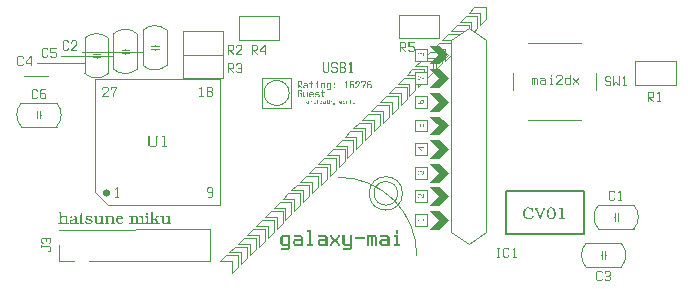
<source format=gbr>
%TF.GenerationSoftware,KiCad,Pcbnew,9.0.6*%
%TF.CreationDate,2026-01-11T15:28:45-08:00*%
%TF.ProjectId,pcb,7063622e-6b69-4636-9164-5f7063625858,rev?*%
%TF.SameCoordinates,Original*%
%TF.FileFunction,Legend,Top*%
%TF.FilePolarity,Positive*%
%FSLAX46Y46*%
G04 Gerber Fmt 4.6, Leading zero omitted, Abs format (unit mm)*
G04 Created by KiCad (PCBNEW 9.0.6) date 2026-01-11 15:28:45*
%MOMM*%
%LPD*%
G01*
G04 APERTURE LIST*
%ADD10C,0.100000*%
%ADD11C,0.025000*%
%ADD12C,0.250000*%
%ADD13C,0.300000*%
%ADD14C,0.150000*%
%ADD15C,0.120000*%
%ADD16C,0.400000*%
%ADD17C,0.127000*%
G04 APERTURE END LIST*
D10*
X154500000Y-97500000D02*
X153500000Y-97500000D01*
X148250000Y-103750000D02*
X148250000Y-104750000D01*
X144500000Y-106500000D02*
X145000000Y-106000000D01*
X146000000Y-107000000D02*
X145500000Y-107500000D01*
X154000000Y-97000000D02*
X155000000Y-97000000D01*
X142500000Y-109500000D02*
X141500000Y-109500000D01*
X155750000Y-97250000D02*
X155750000Y-96250000D01*
X158750000Y-94250000D02*
X158750000Y-93250000D01*
X152250000Y-99750000D02*
X151250000Y-99750000D01*
X148750000Y-102250000D02*
X149750000Y-102250000D01*
X140500000Y-110500000D02*
X141500000Y-110500000D01*
X157750000Y-94750000D02*
X158500000Y-95500000D01*
X146250000Y-105750000D02*
X145250000Y-105750000D01*
X148500000Y-104500000D02*
X148500000Y-103500000D01*
X133440900Y-93283855D02*
X128250000Y-93292068D01*
X124500000Y-94250000D02*
X128500000Y-94250000D01*
X144500000Y-107500000D02*
X144500000Y-108500000D01*
X159275000Y-107500000D02*
X158525000Y-106750000D01*
X159275000Y-105500000D02*
X158525000Y-106250000D01*
X157775000Y-106250000D01*
X158525000Y-105500000D01*
X157775000Y-104750000D01*
X158525000Y-104750000D01*
X159275000Y-105500000D01*
G36*
X159275000Y-105500000D02*
G01*
X158525000Y-106250000D01*
X157775000Y-106250000D01*
X158525000Y-105500000D01*
X157775000Y-104750000D01*
X158525000Y-104750000D01*
X159275000Y-105500000D01*
G37*
X150500000Y-102500000D02*
X150000000Y-103000000D01*
X147000000Y-106000000D02*
X147000000Y-105000000D01*
X156250000Y-94750000D02*
X155750000Y-95250000D01*
X144500000Y-108500000D02*
X144000000Y-109000000D01*
X150500000Y-101500000D02*
X150500000Y-102500000D01*
X155750000Y-95250000D02*
X156500000Y-95250000D01*
X152750000Y-99250000D02*
X152750000Y-100250000D01*
X157775000Y-104750000D02*
X158525000Y-105500000D01*
X143000000Y-108000000D02*
X143500000Y-107500000D01*
X157250000Y-95000000D02*
X157250000Y-94750000D01*
X156000000Y-96000000D02*
X155000000Y-96000000D01*
X159551931Y-108486051D02*
X159551931Y-92263949D01*
X157500000Y-95500000D02*
X158000000Y-95000000D01*
X157750000Y-98750000D02*
X158500000Y-99500000D01*
X143750000Y-109250000D02*
X143250000Y-109750000D01*
X153000000Y-100000000D02*
X153000000Y-99000000D01*
X161750000Y-90250000D02*
X160750000Y-90250000D01*
X157775000Y-106750000D02*
X158525000Y-107500000D01*
X147500000Y-105500000D02*
X147000000Y-106000000D01*
X156500000Y-103000000D02*
X157500000Y-103000000D01*
X157500000Y-104000000D01*
X156500000Y-104000000D01*
X156500000Y-103000000D01*
X160000000Y-91000000D02*
X159500000Y-91500000D01*
X159250000Y-93500000D02*
X158500000Y-92750000D01*
X149500000Y-101500000D02*
X150500000Y-101500000D01*
X157000000Y-94000000D02*
X156500000Y-94500000D01*
X157750000Y-92750000D02*
X158500000Y-93500000D01*
X149750000Y-103250000D02*
X149250000Y-103750000D01*
X154500000Y-98500000D02*
X154500000Y-97500000D01*
X145500000Y-106500000D02*
X144500000Y-106500000D01*
X161000000Y-90000000D02*
X161500000Y-89500000D01*
X151000000Y-100000000D02*
X152000000Y-100000000D01*
X159275000Y-107500000D02*
X158525000Y-108250000D01*
X150500000Y-100500000D02*
X151000000Y-100000000D01*
X159250000Y-95500000D02*
X158500000Y-96250000D01*
X161000000Y-91250000D02*
X161000000Y-91000000D01*
X150750000Y-101250000D02*
X149750000Y-101250000D01*
X158525000Y-106750000D02*
X157775000Y-106750000D01*
X161000000Y-91250000D02*
X159551931Y-92263949D01*
X157750000Y-93250000D02*
X157500000Y-93500000D01*
X158750000Y-93250000D02*
X157750000Y-93250000D01*
X160250000Y-90750000D02*
X161250000Y-90750000D01*
X153500000Y-97500000D02*
X154000000Y-97000000D01*
X157775000Y-102250000D02*
X158525000Y-102250000D01*
X143000000Y-110000000D02*
X142500000Y-110500000D01*
X142250000Y-109750000D02*
X142250000Y-110750000D01*
X147750000Y-105250000D02*
X147750000Y-104250000D01*
X155750000Y-96250000D02*
X154750000Y-96250000D01*
X126500000Y-93600000D02*
X130914756Y-93600000D01*
X143750000Y-107250000D02*
X144250000Y-106750000D01*
X147750000Y-104250000D02*
X146750000Y-104250000D01*
X144000000Y-109000000D02*
X144000000Y-108000000D01*
X159250000Y-95500000D02*
X158500000Y-94750000D01*
X143250000Y-109750000D02*
X143250000Y-108750000D01*
X153750000Y-99250000D02*
X153750000Y-98250000D01*
X159500000Y-92500000D02*
X158500000Y-92500000D01*
X152000000Y-101000000D02*
X151500000Y-101500000D01*
X157750000Y-100250000D02*
X158500000Y-99500000D01*
X160750000Y-90250000D02*
X160250000Y-90750000D01*
X159250000Y-99500000D02*
X158500000Y-100250000D01*
X153500000Y-99500000D02*
X153000000Y-100000000D01*
X153500000Y-98500000D02*
X153500000Y-99500000D01*
X141500000Y-111500000D02*
X141000000Y-112000000D01*
X162000000Y-91000000D02*
X162000000Y-90000000D01*
X160500000Y-91500000D02*
X160500000Y-91573531D01*
X157750000Y-96250000D02*
X158500000Y-95500000D01*
X142250000Y-110750000D02*
X141750000Y-111250000D01*
X158500000Y-96750000D02*
X157750000Y-96750000D01*
X143750000Y-108250000D02*
X143750000Y-109250000D01*
X159250000Y-91750000D02*
X158750000Y-92250000D01*
X154250000Y-96750000D02*
X155250000Y-96750000D01*
X156500000Y-96500000D02*
X156000000Y-97000000D01*
X156500000Y-95000000D02*
X157500000Y-95000000D01*
X157500000Y-96000000D01*
X156500000Y-96000000D01*
X156500000Y-95000000D01*
X159275000Y-103500000D02*
X158525000Y-102750000D01*
X157500000Y-93750000D02*
X158250000Y-93750000D01*
X159250000Y-95500000D02*
X158500000Y-96250000D01*
X157750000Y-96250000D01*
X158500000Y-95500000D01*
X157750000Y-94750000D01*
X158500000Y-94750000D01*
X159250000Y-95500000D01*
G36*
X159250000Y-95500000D02*
G01*
X158500000Y-96250000D01*
X157750000Y-96250000D01*
X158500000Y-95500000D01*
X157750000Y-94750000D01*
X158500000Y-94750000D01*
X159250000Y-95500000D01*
G37*
X157750000Y-98250000D02*
X158500000Y-98250000D01*
X160999999Y-91250000D02*
X162448068Y-92263949D01*
X142000000Y-109000000D02*
X143000000Y-109000000D01*
X151250000Y-100750000D02*
X151250000Y-101750000D01*
X143500000Y-95500000D02*
X146000000Y-95500000D01*
X146000000Y-98000000D01*
X143500000Y-98000000D01*
X143500000Y-95500000D01*
X148000000Y-103000000D02*
X149000000Y-103000000D01*
X159500000Y-91500000D02*
X160500000Y-91500000D01*
X145250000Y-106750000D02*
X145250000Y-107750000D01*
X157775000Y-106250000D02*
X158525000Y-105500000D01*
X161000000Y-91000000D02*
X160000000Y-91000000D01*
X140000000Y-111000000D02*
X140500000Y-110500000D01*
X158500000Y-92750000D02*
X157750000Y-92750000D01*
X146750000Y-105250000D02*
X146750000Y-106250000D01*
X149250000Y-102750000D02*
X148250000Y-102750000D01*
X145810660Y-96750000D02*
G75*
G02*
X143689340Y-96750000I-1060660J0D01*
G01*
X143689340Y-96750000D02*
G75*
G02*
X145810660Y-96750000I1060660J0D01*
G01*
X155414214Y-105250000D02*
G75*
G02*
X152585786Y-105250000I-1414214J0D01*
G01*
X152585786Y-105250000D02*
G75*
G02*
X155414214Y-105250000I1414214J0D01*
G01*
X159275000Y-101500000D02*
X158525000Y-102250000D01*
X157775000Y-102250000D01*
X158525000Y-101500000D01*
X157775000Y-100750000D01*
X158525000Y-100750000D01*
X159275000Y-101500000D01*
G36*
X159275000Y-101500000D02*
G01*
X158525000Y-102250000D01*
X157775000Y-102250000D01*
X158525000Y-101500000D01*
X157775000Y-100750000D01*
X158525000Y-100750000D01*
X159275000Y-101500000D01*
G37*
X147000000Y-105000000D02*
X146000000Y-105000000D01*
X156500000Y-95500000D02*
X156500000Y-96500000D01*
X156500000Y-94500000D02*
X157500000Y-94500000D01*
X157775000Y-108250000D02*
X158525000Y-107500000D01*
X145750000Y-105250000D02*
X146750000Y-105250000D01*
X151250000Y-99750000D02*
X151750000Y-99250000D01*
X157250000Y-94750000D02*
X156250000Y-94750000D01*
X150750000Y-102250000D02*
X150750000Y-101250000D01*
X146750000Y-104250000D02*
X147250000Y-103750000D01*
X151500000Y-100500000D02*
X150500000Y-100500000D01*
X158500000Y-98750000D02*
X157750000Y-98750000D01*
X159250000Y-97500000D02*
X158500000Y-98250000D01*
X157750000Y-98250000D01*
X158500000Y-97500000D01*
X157750000Y-96750000D01*
X158500000Y-96750000D01*
X159250000Y-97500000D01*
G36*
X159250000Y-97500000D02*
G01*
X158500000Y-98250000D01*
X157750000Y-98250000D01*
X158500000Y-97500000D01*
X157750000Y-96750000D01*
X158500000Y-96750000D01*
X159250000Y-97500000D01*
G37*
X152500000Y-98500000D02*
X153500000Y-98500000D01*
X160999999Y-109500000D02*
X162448068Y-108486051D01*
X141500000Y-110500000D02*
X141500000Y-111500000D01*
X159250000Y-99500000D02*
X158500000Y-98750000D01*
X157750000Y-98250000D02*
X158500000Y-97500000D01*
X149750000Y-102250000D02*
X149750000Y-103250000D01*
X152750000Y-98250000D02*
X153250000Y-97750000D01*
X154250000Y-98750000D02*
X153750000Y-99250000D01*
X128500000Y-94250000D02*
X126500000Y-94250000D01*
X143250000Y-108750000D02*
X142250000Y-108750000D01*
X151500000Y-101500000D02*
X151500000Y-100500000D01*
X159275000Y-105500000D02*
X158525000Y-106250000D01*
X157775000Y-102750000D02*
X158525000Y-103500000D01*
X152000000Y-100000000D02*
X152000000Y-101000000D01*
X162500000Y-90500000D02*
X162000000Y-91000000D01*
X159500000Y-93500000D02*
X159500000Y-92500000D01*
X141250000Y-109750000D02*
X142250000Y-109750000D01*
X156500000Y-97000000D02*
X157500000Y-97000000D01*
X157500000Y-98000000D01*
X156500000Y-98000000D01*
X156500000Y-97000000D01*
X159275000Y-101500000D02*
X158525000Y-100750000D01*
X156750000Y-96000000D02*
X156750000Y-96250000D01*
X159250000Y-99500000D02*
X158500000Y-100250000D01*
X157750000Y-100250000D01*
X158500000Y-99500000D01*
X157750000Y-98750000D01*
X158500000Y-98750000D01*
X159250000Y-99500000D01*
G36*
X159250000Y-99500000D02*
G01*
X158500000Y-100250000D01*
X157750000Y-100250000D01*
X158500000Y-99500000D01*
X157750000Y-98750000D01*
X158500000Y-98750000D01*
X159250000Y-99500000D01*
G37*
X155500000Y-95500000D02*
X156500000Y-95500000D01*
X159000000Y-93000000D02*
X159000000Y-94000000D01*
X147500000Y-104500000D02*
X147500000Y-105500000D01*
X158525000Y-102750000D02*
X157775000Y-102750000D01*
X146250000Y-106750000D02*
X146250000Y-105750000D01*
X142750000Y-108250000D02*
X143750000Y-108250000D01*
X159250000Y-93500000D02*
X158500000Y-94250000D01*
X157750000Y-94250000D01*
X158500000Y-93500000D01*
X157750000Y-92750000D01*
X158500000Y-92750000D01*
X159250000Y-93500000D01*
G36*
X159250000Y-93500000D02*
G01*
X158500000Y-94250000D01*
X157750000Y-94250000D01*
X158500000Y-93500000D01*
X157750000Y-92750000D01*
X158500000Y-92750000D01*
X159250000Y-93500000D01*
G37*
X154250000Y-97750000D02*
X154250000Y-98750000D01*
X145250000Y-105750000D02*
X145750000Y-105250000D01*
X141750000Y-111250000D02*
X141750000Y-110250000D01*
X153250000Y-97750000D02*
X154250000Y-97750000D01*
X150000000Y-103000000D02*
X150000000Y-102000000D01*
X158000000Y-93000000D02*
X159000000Y-93000000D01*
X150250000Y-100750000D02*
X151250000Y-100750000D01*
X157775000Y-104250000D02*
X158525000Y-103500000D01*
X158525000Y-100750000D02*
X157775000Y-100750000D01*
X157750000Y-94250000D02*
X158500000Y-93500000D01*
X161250000Y-90750000D02*
X161250000Y-91401125D01*
X142500000Y-110500000D02*
X142500000Y-109500000D01*
X159250000Y-93500000D02*
X158500000Y-94250000D01*
X156500000Y-93000000D02*
X157500000Y-93000000D01*
X157500000Y-94000000D01*
X156500000Y-94000000D01*
X156500000Y-93000000D01*
X147250000Y-103750000D02*
X148250000Y-103750000D01*
X161500000Y-89500000D02*
X162500000Y-89500000D01*
X141000000Y-112000000D02*
X141000000Y-111000000D01*
X159250000Y-97500000D02*
X158500000Y-98250000D01*
X155250000Y-97750000D02*
X155750000Y-97250000D01*
X157775000Y-106250000D02*
X158525000Y-106250000D01*
X153750000Y-98250000D02*
X152750000Y-98250000D01*
X158500000Y-92500000D02*
X158000000Y-93000000D01*
X152250000Y-100750000D02*
X152250000Y-99750000D01*
X159000000Y-94000000D02*
X159500000Y-93500000D01*
X158500000Y-94750000D02*
X157750000Y-94750000D01*
X157775000Y-100750000D02*
X158525000Y-101500000D01*
X144750000Y-108250000D02*
X144750000Y-107250000D01*
X152750000Y-100250000D02*
X152250000Y-100750000D01*
X147500000Y-103500000D02*
X148000000Y-103000000D01*
X158525000Y-104750000D02*
X157775000Y-104750000D01*
X148250000Y-104750000D02*
X147750000Y-105250000D01*
X161451276Y-91548724D02*
X161750000Y-91250000D01*
X154750000Y-96250000D02*
X154250000Y-96750000D01*
X156500000Y-101000000D02*
X157500000Y-101000000D01*
X157500000Y-102000000D01*
X156500000Y-102000000D01*
X156500000Y-101000000D01*
X151250000Y-101750000D02*
X150750000Y-102250000D01*
X150000000Y-103880899D02*
G75*
G02*
X156619101Y-110500000I0J-6619101D01*
G01*
X159275000Y-105500000D02*
X158525000Y-104750000D01*
X149750000Y-101250000D02*
X150250000Y-100750000D01*
X144250000Y-106750000D02*
X145250000Y-106750000D01*
X158750000Y-92250000D02*
X159551931Y-92250000D01*
X152000000Y-99000000D02*
X152500000Y-98500000D01*
X156750000Y-96250000D02*
X157000000Y-96000000D01*
X155000000Y-96000000D02*
X155500000Y-95500000D01*
X157750000Y-100250000D02*
X158500000Y-100250000D01*
X142250000Y-108750000D02*
X142750000Y-108250000D01*
X157750000Y-96250000D02*
X158500000Y-96250000D01*
X153000000Y-99000000D02*
X152000000Y-99000000D01*
X161000000Y-109500000D02*
X159551931Y-108486051D01*
X157500000Y-94500000D02*
X157500000Y-95500000D01*
X156500000Y-105000000D02*
X157500000Y-105000000D01*
X157500000Y-106000000D01*
X156500000Y-106000000D01*
X156500000Y-105000000D01*
X160250000Y-91750000D02*
X159250000Y-91750000D01*
X146000000Y-106000000D02*
X146000000Y-107000000D01*
X144750000Y-107250000D02*
X143750000Y-107250000D01*
X155250000Y-96750000D02*
X155250000Y-97750000D01*
X162500000Y-89500000D02*
X162500000Y-90500000D01*
X161750000Y-91250000D02*
X161750000Y-90250000D01*
X141000000Y-111000000D02*
X140000000Y-111000000D01*
X162448068Y-108486051D02*
X162448068Y-92250000D01*
X158000000Y-94000000D02*
X157000000Y-94000000D01*
X158000000Y-94750000D02*
X158000000Y-94250000D01*
X146000000Y-105000000D02*
X146500000Y-104500000D01*
X145500000Y-107500000D02*
X145500000Y-106500000D01*
X140750000Y-110250000D02*
X141250000Y-109750000D01*
X148250000Y-102750000D02*
X148750000Y-102250000D01*
X146750000Y-106250000D02*
X146250000Y-106750000D01*
X156500000Y-99000000D02*
X157500000Y-99000000D01*
X157500000Y-100000000D01*
X156500000Y-100000000D01*
X156500000Y-99000000D01*
X156500000Y-107000000D02*
X157500000Y-107000000D01*
X157500000Y-108000000D01*
X156500000Y-108000000D01*
X156500000Y-107000000D01*
X141500000Y-109500000D02*
X142000000Y-109000000D01*
X155000000Y-105250000D02*
G75*
G02*
X153000000Y-105250000I-1000000J0D01*
G01*
X153000000Y-105250000D02*
G75*
G02*
X155000000Y-105250000I1000000J0D01*
G01*
X156000000Y-97000000D02*
X156000000Y-96000000D01*
X144000000Y-108000000D02*
X143000000Y-108000000D01*
X157775000Y-108250000D02*
X158525000Y-108250000D01*
X157750000Y-96750000D02*
X158500000Y-97500000D01*
X158250000Y-94250000D02*
X158250000Y-94750000D01*
X162000000Y-90000000D02*
X161000000Y-90000000D01*
X159275000Y-103500000D02*
X158525000Y-104250000D01*
X151750000Y-99250000D02*
X152750000Y-99250000D01*
X158250000Y-94750000D02*
X158750000Y-94250000D01*
X159275000Y-101500000D02*
X158525000Y-102250000D01*
X143000000Y-109000000D02*
X143000000Y-110000000D01*
X159275000Y-103500000D02*
X158525000Y-104250000D01*
X157775000Y-104250000D01*
X158525000Y-103500000D01*
X157775000Y-102750000D01*
X158525000Y-102750000D01*
X159275000Y-103500000D01*
G36*
X159275000Y-103500000D02*
G01*
X158525000Y-104250000D01*
X157775000Y-104250000D01*
X158525000Y-103500000D01*
X157775000Y-102750000D01*
X158525000Y-102750000D01*
X159275000Y-103500000D01*
G37*
X155000000Y-98000000D02*
X154500000Y-98500000D01*
X149000000Y-103000000D02*
X149000000Y-104000000D01*
X145250000Y-107750000D02*
X144750000Y-108250000D01*
X143500000Y-107500000D02*
X144500000Y-107500000D01*
X145000000Y-106000000D02*
X146000000Y-106000000D01*
X150000000Y-102000000D02*
X149000000Y-102000000D01*
X159250000Y-97500000D02*
X158500000Y-96750000D01*
X149250000Y-103750000D02*
X149250000Y-102750000D01*
X159275000Y-107500000D02*
X158525000Y-108250000D01*
X157775000Y-108250000D01*
X158525000Y-107500000D01*
X157775000Y-106750000D01*
X158525000Y-106750000D01*
X159275000Y-107500000D01*
G36*
X159275000Y-107500000D02*
G01*
X158525000Y-108250000D01*
X157775000Y-108250000D01*
X158525000Y-107500000D01*
X157775000Y-106750000D01*
X158525000Y-106750000D01*
X159275000Y-107500000D01*
G37*
X157750000Y-94250000D02*
X158500000Y-94250000D01*
X149000000Y-102000000D02*
X149500000Y-101500000D01*
X155000000Y-97000000D02*
X155000000Y-98000000D01*
X157775000Y-104250000D02*
X158525000Y-104250000D01*
X149000000Y-104000000D02*
X148500000Y-104500000D01*
X157775000Y-102250000D02*
X158525000Y-101500000D01*
X148500000Y-103500000D02*
X147500000Y-103500000D01*
X141750000Y-110250000D02*
X140750000Y-110250000D01*
X146500000Y-104500000D02*
X147500000Y-104500000D01*
D11*
G36*
X147459462Y-97442983D02*
G01*
X147476901Y-97442983D01*
X147476901Y-97460349D01*
X147494902Y-97460349D01*
X147494902Y-97671057D01*
X147302390Y-97671057D01*
X147302390Y-97652300D01*
X147284389Y-97652300D01*
X147284389Y-97636351D01*
X147267194Y-97636351D01*
X147267194Y-97566448D01*
X147319829Y-97566448D01*
X147319829Y-97619009D01*
X147337170Y-97619009D01*
X147337170Y-97636351D01*
X147442267Y-97636351D01*
X147442267Y-97547886D01*
X147337170Y-97547886D01*
X147337170Y-97566448D01*
X147319829Y-97566448D01*
X147267194Y-97566448D01*
X147267194Y-97549131D01*
X147284389Y-97549131D01*
X147284389Y-97530374D01*
X147302390Y-97530374D01*
X147302390Y-97513179D01*
X147442267Y-97513179D01*
X147442267Y-97478325D01*
X147424389Y-97478325D01*
X147424389Y-97460349D01*
X147284389Y-97460349D01*
X147284389Y-97425642D01*
X147459462Y-97425642D01*
X147459462Y-97442983D01*
G37*
G36*
X147546999Y-97671057D02*
G01*
X147546999Y-97425642D01*
X147739438Y-97425642D01*
X147739438Y-97442983D01*
X147756803Y-97442983D01*
X147756803Y-97460032D01*
X147774706Y-97460032D01*
X147774706Y-97671057D01*
X147722072Y-97671057D01*
X147722072Y-97477983D01*
X147704193Y-97477983D01*
X147704193Y-97460349D01*
X147599633Y-97460349D01*
X147599633Y-97671057D01*
X147546999Y-97671057D01*
G37*
G36*
X147897145Y-97425642D02*
G01*
X147897145Y-97320911D01*
X147949780Y-97320911D01*
X147949780Y-97425642D01*
X148019071Y-97425642D01*
X148019071Y-97460349D01*
X147949780Y-97460349D01*
X147949780Y-97619180D01*
X147966974Y-97619180D01*
X147966974Y-97636351D01*
X148055024Y-97636351D01*
X148055024Y-97671057D01*
X147933098Y-97671057D01*
X147933098Y-97653423D01*
X147915390Y-97653423D01*
X147915390Y-97636668D01*
X147897145Y-97636668D01*
X147897145Y-97460349D01*
X147826803Y-97460349D01*
X147826803Y-97425642D01*
X147897145Y-97425642D01*
G37*
G36*
X148159755Y-97460349D02*
G01*
X148159755Y-97425642D01*
X148247292Y-97425642D01*
X148247292Y-97636351D01*
X148281681Y-97636351D01*
X148281681Y-97671057D01*
X148159755Y-97671057D01*
X148159755Y-97636351D01*
X148194658Y-97636351D01*
X148194658Y-97460349D01*
X148159755Y-97460349D01*
G37*
G36*
X148194658Y-97391253D02*
G01*
X148194658Y-97320911D01*
X148247292Y-97320911D01*
X148247292Y-97391253D01*
X148194658Y-97391253D01*
G37*
G36*
X148578852Y-97444400D02*
G01*
X148596217Y-97444400D01*
X148596217Y-97461595D01*
X148614120Y-97461595D01*
X148614120Y-97636351D01*
X148596217Y-97636351D01*
X148596217Y-97653863D01*
X148578852Y-97653863D01*
X148578852Y-97671057D01*
X148439047Y-97671057D01*
X148439047Y-97758594D01*
X148386413Y-97758594D01*
X148386413Y-97636351D01*
X148439047Y-97636351D01*
X148543607Y-97636351D01*
X148543607Y-97619034D01*
X148561486Y-97619034D01*
X148561486Y-97479449D01*
X148543607Y-97479449D01*
X148543607Y-97460349D01*
X148439047Y-97460349D01*
X148439047Y-97636351D01*
X148386413Y-97636351D01*
X148386413Y-97425642D01*
X148578852Y-97425642D01*
X148578852Y-97444400D01*
G37*
G36*
X148858485Y-97442983D02*
G01*
X148875924Y-97442983D01*
X148875924Y-97460349D01*
X148893925Y-97460349D01*
X148893925Y-97671057D01*
X148701413Y-97671057D01*
X148701413Y-97652300D01*
X148683412Y-97652300D01*
X148683412Y-97636351D01*
X148666217Y-97636351D01*
X148666217Y-97566448D01*
X148718852Y-97566448D01*
X148718852Y-97619009D01*
X148736193Y-97619009D01*
X148736193Y-97636351D01*
X148841290Y-97636351D01*
X148841290Y-97547886D01*
X148736193Y-97547886D01*
X148736193Y-97566448D01*
X148718852Y-97566448D01*
X148666217Y-97566448D01*
X148666217Y-97549131D01*
X148683412Y-97549131D01*
X148683412Y-97530374D01*
X148701413Y-97530374D01*
X148701413Y-97513179D01*
X148841290Y-97513179D01*
X148841290Y-97478325D01*
X148823412Y-97478325D01*
X148823412Y-97460349D01*
X148683412Y-97460349D01*
X148683412Y-97425642D01*
X148858485Y-97425642D01*
X148858485Y-97442983D01*
G37*
G36*
X149016364Y-97425642D02*
G01*
X149016364Y-97320911D01*
X149068998Y-97320911D01*
X149068998Y-97425642D01*
X149138290Y-97425642D01*
X149138290Y-97460349D01*
X149068998Y-97460349D01*
X149068998Y-97619180D01*
X149086193Y-97619180D01*
X149086193Y-97636351D01*
X149174242Y-97636351D01*
X149174242Y-97671057D01*
X149052316Y-97671057D01*
X149052316Y-97653423D01*
X149034609Y-97653423D01*
X149034609Y-97636668D01*
X149016364Y-97636668D01*
X149016364Y-97460349D01*
X148946022Y-97460349D01*
X148946022Y-97425642D01*
X149016364Y-97425642D01*
G37*
G36*
X149225826Y-97671057D02*
G01*
X149225826Y-97320911D01*
X149278461Y-97320911D01*
X149278461Y-97425642D01*
X149418265Y-97425642D01*
X149418265Y-97442983D01*
X149435631Y-97442983D01*
X149435631Y-97460032D01*
X149453534Y-97460032D01*
X149453534Y-97671057D01*
X149400900Y-97671057D01*
X149400900Y-97477983D01*
X149383021Y-97477983D01*
X149383021Y-97460349D01*
X149278461Y-97460349D01*
X149278461Y-97671057D01*
X149225826Y-97671057D01*
G37*
G36*
X149505631Y-97635105D02*
G01*
X149505631Y-97425642D01*
X149558265Y-97425642D01*
X149558265Y-97617764D01*
X149575607Y-97617764D01*
X149575607Y-97636351D01*
X149680704Y-97636351D01*
X149680704Y-97425642D01*
X149733339Y-97425642D01*
X149733339Y-97722642D01*
X149715338Y-97722642D01*
X149715338Y-97740960D01*
X149697899Y-97740960D01*
X149697899Y-97758594D01*
X149522826Y-97758594D01*
X149522826Y-97723887D01*
X149662826Y-97723887D01*
X149662826Y-97705447D01*
X149680704Y-97705447D01*
X149680704Y-97671057D01*
X149540826Y-97671057D01*
X149540826Y-97653423D01*
X149522826Y-97653423D01*
X149522826Y-97635105D01*
X149505631Y-97635105D01*
G37*
G36*
X150065240Y-97635105D02*
G01*
X150065240Y-97425642D01*
X150117875Y-97425642D01*
X150117875Y-97617764D01*
X150135069Y-97617764D01*
X150135069Y-97636351D01*
X150152777Y-97636351D01*
X150152777Y-97495471D01*
X150205411Y-97495471D01*
X150205411Y-97636351D01*
X150222606Y-97636351D01*
X150222606Y-97617764D01*
X150240314Y-97617764D01*
X150240314Y-97425642D01*
X150292948Y-97425642D01*
X150292948Y-97635105D01*
X150274703Y-97635105D01*
X150274703Y-97653423D01*
X150257508Y-97653423D01*
X150257508Y-97671057D01*
X150099630Y-97671057D01*
X150099630Y-97653423D01*
X150082435Y-97653423D01*
X150082435Y-97635105D01*
X150065240Y-97635105D01*
G37*
G36*
X150537313Y-97442837D02*
G01*
X150554508Y-97442837D01*
X150554508Y-97460032D01*
X150572752Y-97460032D01*
X150572752Y-97635105D01*
X150554508Y-97635105D01*
X150554508Y-97652300D01*
X150537313Y-97652300D01*
X150537313Y-97671057D01*
X150379434Y-97671057D01*
X150379434Y-97652300D01*
X150362240Y-97652300D01*
X150362240Y-97635105D01*
X150345045Y-97635105D01*
X150345045Y-97477910D01*
X150397679Y-97477910D01*
X150397679Y-97617739D01*
X150415020Y-97617739D01*
X150415020Y-97636351D01*
X150502240Y-97636351D01*
X150502240Y-97617739D01*
X150520118Y-97617739D01*
X150520118Y-97477910D01*
X150502240Y-97477910D01*
X150502240Y-97460349D01*
X150415020Y-97460349D01*
X150415020Y-97477910D01*
X150397679Y-97477910D01*
X150345045Y-97477910D01*
X150345045Y-97460032D01*
X150362240Y-97460032D01*
X150362240Y-97442837D01*
X150379434Y-97442837D01*
X150379434Y-97425642D01*
X150537313Y-97425642D01*
X150537313Y-97442837D01*
G37*
G36*
X150624849Y-97671057D02*
G01*
X150624849Y-97425642D01*
X150677484Y-97425642D01*
X150677484Y-97460032D01*
X150694923Y-97460032D01*
X150694923Y-97442837D01*
X150712923Y-97442837D01*
X150712923Y-97425642D01*
X150853070Y-97425642D01*
X150853070Y-97460349D01*
X150730314Y-97460349D01*
X150730314Y-97478277D01*
X150712923Y-97478277D01*
X150712923Y-97495984D01*
X150694923Y-97495984D01*
X150694923Y-97513179D01*
X150677484Y-97513179D01*
X150677484Y-97671057D01*
X150624849Y-97671057D01*
G37*
G36*
X150957801Y-97355618D02*
G01*
X150957801Y-97320911D01*
X151045338Y-97320911D01*
X151045338Y-97636351D01*
X151079727Y-97636351D01*
X151079727Y-97671057D01*
X150957801Y-97671057D01*
X150957801Y-97636351D01*
X150992704Y-97636351D01*
X150992704Y-97355618D01*
X150957801Y-97355618D01*
G37*
G36*
X151412166Y-97671057D02*
G01*
X151219727Y-97671057D01*
X151219727Y-97652300D01*
X151201824Y-97652300D01*
X151201824Y-97635105D01*
X151184459Y-97635105D01*
X151184459Y-97477910D01*
X151237093Y-97477910D01*
X151237093Y-97617739D01*
X151254434Y-97617739D01*
X151254434Y-97636351D01*
X151359532Y-97636351D01*
X151359532Y-97460349D01*
X151254434Y-97460349D01*
X151254434Y-97477910D01*
X151237093Y-97477910D01*
X151184459Y-97477910D01*
X151184459Y-97460032D01*
X151201824Y-97460032D01*
X151201824Y-97442837D01*
X151219727Y-97442837D01*
X151219727Y-97425642D01*
X151359532Y-97425642D01*
X151359532Y-97320911D01*
X151412166Y-97320911D01*
X151412166Y-97671057D01*
G37*
D10*
G36*
X166335973Y-96077644D02*
G01*
X166335973Y-95464106D01*
X166775000Y-95464106D01*
X166775000Y-95507459D01*
X166817742Y-95507459D01*
X166817742Y-95550080D01*
X166861828Y-95550080D01*
X166861828Y-96077644D01*
X166775000Y-96077644D01*
X166775000Y-95594959D01*
X166731463Y-95594959D01*
X166731463Y-95550874D01*
X166642986Y-95550874D01*
X166642986Y-96077644D01*
X166554815Y-96077644D01*
X166554815Y-95550874D01*
X166424145Y-95550874D01*
X166424145Y-96077644D01*
X166335973Y-96077644D01*
G37*
G36*
X167473168Y-95507459D02*
G01*
X167516582Y-95507459D01*
X167516582Y-95550874D01*
X167561339Y-95550874D01*
X167561339Y-96077644D01*
X167123656Y-96077644D01*
X167123656Y-96030750D01*
X167078471Y-96030750D01*
X167078471Y-95990877D01*
X167035484Y-95990877D01*
X167035484Y-95816121D01*
X167123656Y-95816121D01*
X167123656Y-95947524D01*
X167167009Y-95947524D01*
X167167009Y-95990877D01*
X167473168Y-95990877D01*
X167473168Y-95769715D01*
X167167009Y-95769715D01*
X167167009Y-95816121D01*
X167123656Y-95816121D01*
X167035484Y-95816121D01*
X167035484Y-95772829D01*
X167078471Y-95772829D01*
X167078471Y-95725935D01*
X167123656Y-95725935D01*
X167123656Y-95682948D01*
X167473168Y-95682948D01*
X167473168Y-95595814D01*
X167429815Y-95595814D01*
X167429815Y-95550874D01*
X167078471Y-95550874D01*
X167078471Y-95464106D01*
X167473168Y-95464106D01*
X167473168Y-95507459D01*
G37*
G36*
X167867864Y-95550874D02*
G01*
X167867864Y-95464106D01*
X168043719Y-95464106D01*
X168043719Y-95990877D01*
X168129692Y-95990877D01*
X168129692Y-96077644D01*
X167867864Y-96077644D01*
X167867864Y-95990877D01*
X167955547Y-95990877D01*
X167955547Y-95550874D01*
X167867864Y-95550874D01*
G37*
G36*
X167955547Y-95378133D02*
G01*
X167955547Y-95202278D01*
X168043719Y-95202278D01*
X168043719Y-95378133D01*
X167955547Y-95378133D01*
G37*
G36*
X168522679Y-95245265D02*
G01*
X168522679Y-95202278D01*
X168872191Y-95202278D01*
X168872191Y-95245265D01*
X168915177Y-95245265D01*
X168915177Y-95292159D01*
X168960362Y-95292159D01*
X168960362Y-95596974D01*
X168915177Y-95596974D01*
X168915177Y-95639961D01*
X168872191Y-95639961D01*
X168872191Y-95682948D01*
X168829204Y-95682948D01*
X168829204Y-95729842D01*
X168782309Y-95729842D01*
X168782309Y-95772829D01*
X168739323Y-95772829D01*
X168739323Y-95815816D01*
X168696336Y-95815816D01*
X168696336Y-95857337D01*
X168653349Y-95857337D01*
X168653349Y-95900690D01*
X168610362Y-95900690D01*
X168610362Y-95945448D01*
X168567376Y-95945448D01*
X168567376Y-95990877D01*
X168960362Y-95990877D01*
X168960362Y-96077644D01*
X168434508Y-96077644D01*
X168434508Y-95945448D01*
X168477494Y-95945448D01*
X168477494Y-95900690D01*
X168522679Y-95900690D01*
X168522679Y-95857337D01*
X168567376Y-95857337D01*
X168567376Y-95815816D01*
X168610362Y-95815816D01*
X168610362Y-95772829D01*
X168653349Y-95772829D01*
X168653349Y-95729842D01*
X168696336Y-95729842D01*
X168696336Y-95682948D01*
X168739323Y-95682948D01*
X168739323Y-95639961D01*
X168782309Y-95639961D01*
X168782309Y-95596974D01*
X168829204Y-95596974D01*
X168829204Y-95550080D01*
X168872191Y-95550080D01*
X168872191Y-95335696D01*
X168829204Y-95335696D01*
X168829204Y-95289045D01*
X168567376Y-95289045D01*
X168567376Y-95335696D01*
X168522679Y-95335696D01*
X168522679Y-95511001D01*
X168434508Y-95511001D01*
X168434508Y-95292159D01*
X168477494Y-95292159D01*
X168477494Y-95245265D01*
X168522679Y-95245265D01*
G37*
G36*
X169659874Y-96077644D02*
G01*
X169222191Y-96077644D01*
X169222191Y-96030750D01*
X169178777Y-96030750D01*
X169178777Y-95987763D01*
X169134019Y-95987763D01*
X169134019Y-95594776D01*
X169222191Y-95594776D01*
X169222191Y-95944349D01*
X169265544Y-95944349D01*
X169265544Y-95990877D01*
X169571702Y-95990877D01*
X169571702Y-95550874D01*
X169265544Y-95550874D01*
X169265544Y-95594776D01*
X169222191Y-95594776D01*
X169134019Y-95594776D01*
X169134019Y-95550080D01*
X169178777Y-95550080D01*
X169178777Y-95507093D01*
X169222191Y-95507093D01*
X169222191Y-95464106D01*
X169571702Y-95464106D01*
X169571702Y-95202278D01*
X169659874Y-95202278D01*
X169659874Y-96077644D01*
G37*
G36*
X169833531Y-95596974D02*
G01*
X169833531Y-95464106D01*
X169921702Y-95464106D01*
X169921702Y-95550080D01*
X169966399Y-95550080D01*
X169966399Y-95596974D01*
X170009385Y-95596974D01*
X170009385Y-95639961D01*
X170052372Y-95639961D01*
X170052372Y-95682948D01*
X170138346Y-95682948D01*
X170138346Y-95639961D01*
X170181332Y-95639961D01*
X170181332Y-95596974D01*
X170228227Y-95596974D01*
X170228227Y-95550080D01*
X170271214Y-95550080D01*
X170271214Y-95464106D01*
X170359385Y-95464106D01*
X170359385Y-95596974D01*
X170314200Y-95596974D01*
X170314200Y-95639961D01*
X170271214Y-95639961D01*
X170271214Y-95682948D01*
X170228227Y-95682948D01*
X170228227Y-95729842D01*
X170181332Y-95729842D01*
X170181332Y-95815816D01*
X170228227Y-95815816D01*
X170228227Y-95858803D01*
X170271214Y-95858803D01*
X170271214Y-95900690D01*
X170314200Y-95900690D01*
X170314200Y-95944776D01*
X170359385Y-95944776D01*
X170359385Y-96077644D01*
X170271214Y-96077644D01*
X170271214Y-95991671D01*
X170228227Y-95991671D01*
X170228227Y-95944776D01*
X170181332Y-95944776D01*
X170181332Y-95900690D01*
X170138346Y-95900690D01*
X170138346Y-95858803D01*
X170052372Y-95858803D01*
X170052372Y-95900690D01*
X170009385Y-95900690D01*
X170009385Y-95944776D01*
X169966399Y-95944776D01*
X169966399Y-95991671D01*
X169921702Y-95991671D01*
X169921702Y-96077644D01*
X169833531Y-96077644D01*
X169833531Y-95944776D01*
X169876517Y-95944776D01*
X169876517Y-95900690D01*
X169921702Y-95900690D01*
X169921702Y-95858803D01*
X169966399Y-95858803D01*
X169966399Y-95815816D01*
X170009385Y-95815816D01*
X170009385Y-95729842D01*
X169966399Y-95729842D01*
X169966399Y-95682948D01*
X169921702Y-95682948D01*
X169921702Y-95639961D01*
X169876517Y-95639961D01*
X169876517Y-95596974D01*
X169833531Y-95596974D01*
G37*
D12*
G36*
X166420023Y-106466468D02*
G01*
X166370991Y-106466468D01*
X166342171Y-106524292D01*
X166306470Y-106499542D01*
X166269593Y-106479073D01*
X166233552Y-106463668D01*
X166195560Y-106451753D01*
X166111411Y-106437853D01*
X166054453Y-106435632D01*
X165983343Y-106443181D01*
X165904972Y-106467008D01*
X165825547Y-106507338D01*
X165788250Y-106532810D01*
X165753539Y-106561375D01*
X165724053Y-106590543D01*
X165672001Y-106657439D01*
X165631859Y-106734163D01*
X165604972Y-106819086D01*
X165592592Y-106910072D01*
X165591857Y-106938833D01*
X165593787Y-106985311D01*
X165599484Y-107030297D01*
X165608893Y-107073977D01*
X165621838Y-107115855D01*
X165658078Y-107194171D01*
X165707236Y-107263790D01*
X165768163Y-107323201D01*
X165802613Y-107348609D01*
X165839514Y-107370944D01*
X165878594Y-107390003D01*
X165919808Y-107405706D01*
X165962759Y-107417844D01*
X166007523Y-107426368D01*
X166088036Y-107432143D01*
X166136358Y-107430187D01*
X166182740Y-107424309D01*
X166225625Y-107414919D01*
X166266730Y-107401861D01*
X166305308Y-107385486D01*
X166342195Y-107365563D01*
X166410861Y-107315093D01*
X166473909Y-107249086D01*
X166517781Y-107188205D01*
X166454217Y-107152607D01*
X166416483Y-107204732D01*
X166380830Y-107243908D01*
X166338873Y-107278575D01*
X166273059Y-107318766D01*
X166196065Y-107348211D01*
X166157858Y-107356748D01*
X166121057Y-107360783D01*
X166109041Y-107361068D01*
X166045161Y-107353588D01*
X165976541Y-107330217D01*
X165942710Y-107312614D01*
X165911075Y-107291750D01*
X165862722Y-107247984D01*
X165821402Y-107190661D01*
X165789288Y-107119277D01*
X165768412Y-107034334D01*
X165760995Y-106937429D01*
X165762920Y-106886725D01*
X165768576Y-106838196D01*
X165777819Y-106791941D01*
X165790461Y-106748326D01*
X165806188Y-106707885D01*
X165824912Y-106670487D01*
X165846020Y-106636980D01*
X165869680Y-106606821D01*
X165894953Y-106580931D01*
X165922331Y-106558589D01*
X165950676Y-106540534D01*
X165980715Y-106526151D01*
X166011358Y-106515869D01*
X166043345Y-106509367D01*
X166081014Y-106506768D01*
X166146546Y-106514412D01*
X166211453Y-106537510D01*
X166273093Y-106575995D01*
X166301743Y-106600824D01*
X166328291Y-106629039D01*
X166352429Y-106660458D01*
X166390058Y-106719480D01*
X166439685Y-106808774D01*
X166487984Y-106808774D01*
X166420023Y-106466468D01*
G37*
G36*
X167091813Y-107249877D02*
G01*
X166847265Y-106618875D01*
X166838490Y-106588776D01*
X166834751Y-106562724D01*
X166834747Y-106562150D01*
X166842005Y-106536400D01*
X166850954Y-106525365D01*
X166862810Y-106517011D01*
X166871262Y-106513546D01*
X166900456Y-106505951D01*
X166955159Y-106502433D01*
X166955159Y-106455172D01*
X166532680Y-106455172D01*
X166532680Y-106502249D01*
X166589364Y-106512551D01*
X166610584Y-106520207D01*
X166628423Y-106530745D01*
X166656319Y-106561429D01*
X166686777Y-106620625D01*
X166697971Y-106646902D01*
X167013533Y-107412604D01*
X167100117Y-107412604D01*
X167407192Y-106667907D01*
X167444078Y-106589284D01*
X167460794Y-106562210D01*
X167478033Y-106541793D01*
X167494369Y-106528609D01*
X167512858Y-106518847D01*
X167561673Y-106506321D01*
X167593549Y-106502310D01*
X167593549Y-106455172D01*
X167215827Y-106455172D01*
X167215827Y-106502433D01*
X167256591Y-106506331D01*
X167289095Y-106513907D01*
X167309389Y-106522712D01*
X167324884Y-106534059D01*
X167334690Y-106546178D01*
X167341103Y-106560380D01*
X167344665Y-106585964D01*
X167342621Y-106606330D01*
X167336121Y-106630388D01*
X167330744Y-106644032D01*
X167091813Y-107249877D01*
G37*
G36*
X168015054Y-106436256D02*
G01*
X168052301Y-106440353D01*
X168088017Y-106448174D01*
X168122492Y-106459753D01*
X168155216Y-106474900D01*
X168186706Y-106493906D01*
X168216176Y-106516371D01*
X168244211Y-106542877D01*
X168269908Y-106572747D01*
X168293753Y-106606776D01*
X168314905Y-106644052D01*
X168333644Y-106685412D01*
X168349316Y-106729853D01*
X168361983Y-106778058D01*
X168371215Y-106829112D01*
X168376919Y-106883398D01*
X168378851Y-106940238D01*
X168377847Y-106979561D01*
X168373241Y-107031865D01*
X168365029Y-107081792D01*
X168338803Y-107172610D01*
X168301047Y-107250641D01*
X168253636Y-107315084D01*
X168198187Y-107365618D01*
X168135891Y-107402148D01*
X168067474Y-107424498D01*
X168031089Y-107430210D01*
X167993313Y-107432143D01*
X167973946Y-107431637D01*
X167936957Y-107427743D01*
X167901451Y-107420106D01*
X167867094Y-107408680D01*
X167834453Y-107393665D01*
X167802983Y-107374754D01*
X167773508Y-107352365D01*
X167745439Y-107325910D01*
X167719695Y-107296078D01*
X167695803Y-107262097D01*
X167674600Y-107224870D01*
X167655830Y-107183618D01*
X167640128Y-107139306D01*
X167627454Y-107091344D01*
X167618215Y-107040577D01*
X167612516Y-106986737D01*
X167611115Y-106945855D01*
X167765679Y-106945855D01*
X167766282Y-106983758D01*
X167777016Y-107101497D01*
X167799201Y-107198097D01*
X167817782Y-107243287D01*
X167852358Y-107294136D01*
X167895014Y-107331027D01*
X167943482Y-107353459D01*
X167996122Y-107361068D01*
X168013171Y-107360257D01*
X168039824Y-107355657D01*
X168065319Y-107347196D01*
X168089884Y-107334796D01*
X168112625Y-107318848D01*
X168133321Y-107299505D01*
X168151546Y-107277082D01*
X168179060Y-107224720D01*
X168194644Y-107177878D01*
X168207018Y-107124623D01*
X168216031Y-107066134D01*
X168221814Y-107000093D01*
X168223757Y-106930407D01*
X168218742Y-106819144D01*
X168202082Y-106713408D01*
X168177939Y-106637367D01*
X168149934Y-106587429D01*
X168139594Y-106573959D01*
X168120317Y-106553748D01*
X168099160Y-106537078D01*
X168076276Y-106523970D01*
X168051927Y-106514517D01*
X168025962Y-106508713D01*
X167998931Y-106506768D01*
X167984892Y-106507263D01*
X167957650Y-106511166D01*
X167931750Y-106518809D01*
X167907309Y-106530105D01*
X167884755Y-106544845D01*
X167864330Y-106562882D01*
X167846328Y-106584027D01*
X167831068Y-106608017D01*
X167818741Y-106634751D01*
X167795606Y-106709090D01*
X167772938Y-106833194D01*
X167765679Y-106945855D01*
X167611115Y-106945855D01*
X167610585Y-106930407D01*
X167612734Y-106878971D01*
X167619008Y-106827816D01*
X167629179Y-106777463D01*
X167659775Y-106683033D01*
X167700448Y-106603123D01*
X167746872Y-106541389D01*
X167789860Y-106502537D01*
X167819946Y-106482594D01*
X167852274Y-106465932D01*
X167921702Y-106443232D01*
X167993313Y-106435632D01*
X168015054Y-106436256D01*
G37*
G36*
X168956607Y-106455172D02*
G01*
X168909590Y-106455172D01*
X168797491Y-106478512D01*
X168647518Y-106498830D01*
X168647518Y-106544381D01*
X168705403Y-106547312D01*
X168751879Y-106551017D01*
X168784202Y-106560777D01*
X168796690Y-106569576D01*
X168806050Y-106581372D01*
X168816746Y-106614623D01*
X168819709Y-106676944D01*
X168819709Y-107213240D01*
X168816611Y-107292079D01*
X168811451Y-107310807D01*
X168802739Y-107323196D01*
X168802063Y-107323882D01*
X168769928Y-107345531D01*
X168718993Y-107361049D01*
X168694168Y-107363938D01*
X168646114Y-107366869D01*
X168646114Y-107412604D01*
X169127394Y-107412604D01*
X169127394Y-107366869D01*
X169080805Y-107363938D01*
X169036020Y-107359292D01*
X169002970Y-107349559D01*
X168987965Y-107340372D01*
X168976348Y-107328196D01*
X168962487Y-107295905D01*
X168956673Y-107239483D01*
X168956607Y-107216049D01*
X168956607Y-106455172D01*
G37*
D10*
G36*
X156733159Y-103605365D02*
G01*
X156707367Y-103605365D01*
X156707367Y-103395659D01*
X156733159Y-103395659D01*
X156733159Y-103369866D01*
X156761295Y-103369866D01*
X156761295Y-103342756D01*
X156943708Y-103342756D01*
X156943708Y-103369866D01*
X156997637Y-103369866D01*
X156997637Y-103342756D01*
X157180526Y-103342756D01*
X157180526Y-103369866D01*
X157204450Y-103369866D01*
X157204450Y-103395659D01*
X157232586Y-103395659D01*
X157232586Y-103605365D01*
X157204450Y-103605365D01*
X157204450Y-103632476D01*
X157180526Y-103632476D01*
X157180526Y-103658268D01*
X157101281Y-103658268D01*
X157101281Y-103605365D01*
X157154368Y-103605365D01*
X157154368Y-103578804D01*
X157180526Y-103578804D01*
X157180526Y-103421597D01*
X157154368Y-103421597D01*
X157154368Y-103395659D01*
X157021561Y-103395659D01*
X157021561Y-103421597D01*
X156995769Y-103421597D01*
X156995769Y-103578804D01*
X156943708Y-103578804D01*
X156943708Y-103421597D01*
X156916048Y-103421597D01*
X156916048Y-103395659D01*
X156787600Y-103395659D01*
X156787600Y-103421597D01*
X156759427Y-103421597D01*
X156759427Y-103578804D01*
X156787600Y-103578804D01*
X156787600Y-103605365D01*
X156841016Y-103605365D01*
X156841016Y-103658268D01*
X156761295Y-103658268D01*
X156761295Y-103632476D01*
X156733159Y-103632476D01*
X156733159Y-103605365D01*
G37*
G36*
X157232586Y-101395659D02*
G01*
X157101281Y-101395659D01*
X157101281Y-101658268D01*
X156969427Y-101658268D01*
X156969427Y-101632476D01*
X156944184Y-101632476D01*
X156944184Y-101605365D01*
X156916048Y-101605365D01*
X156916048Y-101578804D01*
X156890256Y-101578804D01*
X156890256Y-101552756D01*
X156864464Y-101552756D01*
X156864464Y-101526963D01*
X156838672Y-101526963D01*
X156838672Y-101501171D01*
X156812879Y-101501171D01*
X156812879Y-101475379D01*
X156784743Y-101475379D01*
X156784743Y-101449587D01*
X156758951Y-101449587D01*
X156758951Y-101421451D01*
X156812879Y-101421451D01*
X156838672Y-101421451D01*
X156838672Y-101449587D01*
X156864464Y-101449587D01*
X156864464Y-101475379D01*
X156890256Y-101475379D01*
X156890256Y-101501171D01*
X156916048Y-101501171D01*
X156916048Y-101526963D01*
X156944184Y-101526963D01*
X156944184Y-101552756D01*
X156969427Y-101552756D01*
X156969427Y-101578804D01*
X156995769Y-101578804D01*
X156995769Y-101605365D01*
X157049221Y-101605365D01*
X157049221Y-101395659D01*
X156812879Y-101395659D01*
X156812879Y-101421451D01*
X156758951Y-101421451D01*
X156733159Y-101421451D01*
X156733159Y-101395659D01*
X156707367Y-101395659D01*
X156707367Y-101342756D01*
X157232586Y-101342756D01*
X157232586Y-101395659D01*
G37*
D11*
G36*
X146590272Y-96529185D02*
G01*
X146590272Y-96499094D01*
X146866559Y-96499094D01*
X146866559Y-96529185D01*
X146896650Y-96529185D01*
X146896650Y-96559276D01*
X146928579Y-96559276D01*
X146928579Y-96652284D01*
X146836468Y-96652284D01*
X146836468Y-96589965D01*
X146805181Y-96589965D01*
X146805181Y-96559831D01*
X146652547Y-96559831D01*
X146652547Y-96589965D01*
X146622200Y-96589965D01*
X146622200Y-97018715D01*
X146652547Y-97018715D01*
X146652547Y-97051114D01*
X146805181Y-97051114D01*
X146805181Y-97018715D01*
X146836468Y-97018715D01*
X146836468Y-96835563D01*
X146714182Y-96835563D01*
X146714182Y-96774826D01*
X146928579Y-96774826D01*
X146928579Y-97048934D01*
X146896650Y-97048934D01*
X146896650Y-97079025D01*
X146866559Y-97079025D01*
X146866559Y-97111851D01*
X146590272Y-97111851D01*
X146590272Y-97079025D01*
X146560181Y-97079025D01*
X146560181Y-97048934D01*
X146530090Y-97048934D01*
X146530090Y-96559276D01*
X146560181Y-96559276D01*
X146560181Y-96529185D01*
X146590272Y-96529185D01*
G37*
G36*
X147019748Y-97048934D02*
G01*
X147019748Y-96682374D01*
X147111858Y-96682374D01*
X147111858Y-97018587D01*
X147142206Y-97018587D01*
X147142206Y-97051114D01*
X147326127Y-97051114D01*
X147326127Y-96682374D01*
X147418237Y-96682374D01*
X147418237Y-97111851D01*
X147081468Y-97111851D01*
X147081468Y-97080991D01*
X147050138Y-97080991D01*
X147050138Y-97048934D01*
X147019748Y-97048934D01*
G37*
G36*
X147845875Y-96713021D02*
G01*
X147875966Y-96713021D01*
X147875966Y-96742556D01*
X147907895Y-96742556D01*
X147907895Y-96928571D01*
X147601516Y-96928571D01*
X147601516Y-97018843D01*
X147631864Y-97018843D01*
X147631864Y-97051114D01*
X147815785Y-97051114D01*
X147815785Y-97018843D01*
X147907895Y-97018843D01*
X147907895Y-97079580D01*
X147875966Y-97079580D01*
X147875966Y-97111851D01*
X147569588Y-97111851D01*
X147569588Y-97079580D01*
X147539497Y-97079580D01*
X147539497Y-97048934D01*
X147509406Y-97048934D01*
X147509406Y-96774356D01*
X147601516Y-96774356D01*
X147601516Y-96867834D01*
X147815785Y-96867834D01*
X147815785Y-96774356D01*
X147784497Y-96774356D01*
X147784497Y-96743111D01*
X147631864Y-96743111D01*
X147631864Y-96774356D01*
X147601516Y-96774356D01*
X147509406Y-96774356D01*
X147509406Y-96742556D01*
X147539497Y-96742556D01*
X147539497Y-96713021D01*
X147569588Y-96713021D01*
X147569588Y-96682374D01*
X147845875Y-96682374D01*
X147845875Y-96713021D01*
G37*
G36*
X148059246Y-96712465D02*
G01*
X148059246Y-96682374D01*
X148335533Y-96682374D01*
X148335533Y-96712465D01*
X148365624Y-96712465D01*
X148365624Y-96742556D01*
X148398450Y-96742556D01*
X148398450Y-96772646D01*
X148275352Y-96772646D01*
X148275352Y-96743111D01*
X148122163Y-96743111D01*
X148122163Y-96772646D01*
X148091174Y-96772646D01*
X148091174Y-96834025D01*
X148122163Y-96834025D01*
X148122163Y-96867834D01*
X148335533Y-96867834D01*
X148335533Y-96896300D01*
X148365624Y-96896300D01*
X148365624Y-96928571D01*
X148398450Y-96928571D01*
X148398450Y-97051114D01*
X148365624Y-97051114D01*
X148365624Y-97079580D01*
X148335533Y-97079580D01*
X148335533Y-97111851D01*
X148059246Y-97111851D01*
X148059246Y-97079580D01*
X148029155Y-97079580D01*
X148029155Y-97051114D01*
X147999064Y-97051114D01*
X147999064Y-97018843D01*
X148122163Y-97018843D01*
X148122163Y-97051114D01*
X148275352Y-97051114D01*
X148275352Y-97018843D01*
X148306340Y-97018843D01*
X148306340Y-96958363D01*
X148275352Y-96958363D01*
X148275352Y-96928571D01*
X148059246Y-96928571D01*
X148059246Y-96895745D01*
X148029155Y-96895745D01*
X148029155Y-96865654D01*
X147999064Y-96865654D01*
X147999064Y-96742556D01*
X148029155Y-96742556D01*
X148029155Y-96712465D01*
X148059246Y-96712465D01*
G37*
G36*
X148611821Y-96682374D02*
G01*
X148611821Y-96499094D01*
X148703931Y-96499094D01*
X148703931Y-96682374D01*
X148825191Y-96682374D01*
X148825191Y-96743111D01*
X148703931Y-96743111D01*
X148703931Y-97021066D01*
X148734022Y-97021066D01*
X148734022Y-97051114D01*
X148888108Y-97051114D01*
X148888108Y-97111851D01*
X148674738Y-97111851D01*
X148674738Y-97080991D01*
X148643750Y-97080991D01*
X148643750Y-97051669D01*
X148611821Y-97051669D01*
X148611821Y-96743111D01*
X148488722Y-96743111D01*
X148488722Y-96682374D01*
X148611821Y-96682374D01*
G37*
D10*
G36*
X156733159Y-105605365D02*
G01*
X156707367Y-105605365D01*
X156707367Y-105395659D01*
X156733159Y-105395659D01*
X156733159Y-105369866D01*
X156761295Y-105369866D01*
X156761295Y-105342756D01*
X156944184Y-105342756D01*
X156944184Y-105369866D01*
X156969976Y-105369866D01*
X156969976Y-105395659D01*
X156995769Y-105395659D01*
X156995769Y-105421451D01*
X157023905Y-105421451D01*
X157023905Y-105449587D01*
X157049697Y-105449587D01*
X157049697Y-105475379D01*
X157075489Y-105475379D01*
X157075489Y-105501171D01*
X157100402Y-105501171D01*
X157100402Y-105526963D01*
X157126414Y-105526963D01*
X157126414Y-105552756D01*
X157153269Y-105552756D01*
X157153269Y-105578548D01*
X157180526Y-105578548D01*
X157180526Y-105342756D01*
X157232586Y-105342756D01*
X157232586Y-105658268D01*
X157153269Y-105658268D01*
X157153269Y-105632476D01*
X157126414Y-105632476D01*
X157126414Y-105605365D01*
X157100402Y-105605365D01*
X157100402Y-105578548D01*
X157075489Y-105578548D01*
X157075489Y-105552756D01*
X157049697Y-105552756D01*
X157049697Y-105526963D01*
X157023905Y-105526963D01*
X157023905Y-105501171D01*
X156995769Y-105501171D01*
X156995769Y-105475379D01*
X156969976Y-105475379D01*
X156969976Y-105449587D01*
X156944184Y-105449587D01*
X156944184Y-105421451D01*
X156916048Y-105421451D01*
X156916048Y-105395659D01*
X156787417Y-105395659D01*
X156787417Y-105421451D01*
X156759427Y-105421451D01*
X156759427Y-105578548D01*
X156787417Y-105578548D01*
X156787417Y-105605365D01*
X156892600Y-105605365D01*
X156892600Y-105658268D01*
X156761295Y-105658268D01*
X156761295Y-105632476D01*
X156733159Y-105632476D01*
X156733159Y-105605365D01*
G37*
G36*
X156943708Y-93369866D02*
G01*
X156995769Y-93369866D01*
X156995769Y-93342756D01*
X157178658Y-93342756D01*
X157178658Y-93369866D01*
X157204450Y-93369866D01*
X157204450Y-93395659D01*
X157232586Y-93395659D01*
X157232586Y-93605365D01*
X157204450Y-93605365D01*
X157204450Y-93632476D01*
X157178658Y-93632476D01*
X157178658Y-93658268D01*
X156995769Y-93658268D01*
X156995769Y-93632476D01*
X156943708Y-93632476D01*
X156943708Y-93658268D01*
X156761295Y-93658268D01*
X156761295Y-93632476D01*
X156733159Y-93632476D01*
X156733159Y-93605365D01*
X156707367Y-93605365D01*
X156707367Y-93421670D01*
X156759427Y-93421670D01*
X156759427Y-93579354D01*
X156786978Y-93579354D01*
X156786978Y-93605365D01*
X156916048Y-93605365D01*
X156916048Y-93579354D01*
X156943708Y-93579354D01*
X156943708Y-93421670D01*
X156995769Y-93421670D01*
X156995769Y-93579354D01*
X157021561Y-93579354D01*
X157021561Y-93605365D01*
X157152609Y-93605365D01*
X157152609Y-93579354D01*
X157180526Y-93579354D01*
X157180526Y-93421670D01*
X157152609Y-93421670D01*
X157152609Y-93395659D01*
X157021561Y-93395659D01*
X157021561Y-93421670D01*
X156995769Y-93421670D01*
X156943708Y-93421670D01*
X156916048Y-93421670D01*
X156916048Y-93395659D01*
X156786978Y-93395659D01*
X156786978Y-93421670D01*
X156759427Y-93421670D01*
X156707367Y-93421670D01*
X156707367Y-93395659D01*
X156733159Y-93395659D01*
X156733159Y-93369866D01*
X156761295Y-93369866D01*
X156761295Y-93342756D01*
X156943708Y-93342756D01*
X156943708Y-93369866D01*
G37*
D11*
G36*
X146866559Y-95779185D02*
G01*
X146898488Y-95779185D01*
X146898488Y-95809276D01*
X146928579Y-95809276D01*
X146928579Y-96055473D01*
X146898488Y-96055473D01*
X146898488Y-96085563D01*
X146866559Y-96085563D01*
X146866559Y-96116210D01*
X146714610Y-96116210D01*
X146714610Y-96148480D01*
X146745299Y-96148480D01*
X146745299Y-96178571D01*
X146775389Y-96178571D01*
X146775389Y-96208662D01*
X146806378Y-96208662D01*
X146806378Y-96238752D01*
X146836468Y-96238752D01*
X146836468Y-96269313D01*
X146866559Y-96269313D01*
X146866559Y-96299703D01*
X146898488Y-96299703D01*
X146898488Y-96331760D01*
X146928579Y-96331760D01*
X146928579Y-96361851D01*
X146836468Y-96361851D01*
X146836468Y-96331760D01*
X146806378Y-96331760D01*
X146806378Y-96299703D01*
X146775389Y-96299703D01*
X146775389Y-96269313D01*
X146745299Y-96269313D01*
X146745299Y-96238752D01*
X146714610Y-96238752D01*
X146714610Y-96208662D01*
X146683279Y-96208662D01*
X146683279Y-96178571D01*
X146653189Y-96178571D01*
X146653189Y-96148480D01*
X146622200Y-96148480D01*
X146622200Y-96361851D01*
X146530090Y-96361851D01*
X146530090Y-96055473D01*
X146622200Y-96055473D01*
X146806378Y-96055473D01*
X146806378Y-96024912D01*
X146836468Y-96024912D01*
X146836468Y-95839837D01*
X146806378Y-95839837D01*
X146806378Y-95809831D01*
X146622200Y-95809831D01*
X146622200Y-96055473D01*
X146530090Y-96055473D01*
X146530090Y-95749094D01*
X146866559Y-95749094D01*
X146866559Y-95779185D01*
G37*
G36*
X147356217Y-95962721D02*
G01*
X147386735Y-95962721D01*
X147386735Y-95993111D01*
X147418237Y-95993111D01*
X147418237Y-96361851D01*
X147081340Y-96361851D01*
X147081340Y-96329025D01*
X147049839Y-96329025D01*
X147049839Y-96301114D01*
X147019748Y-96301114D01*
X147019748Y-96178785D01*
X147111858Y-96178785D01*
X147111858Y-96270767D01*
X147142206Y-96270767D01*
X147142206Y-96301114D01*
X147326127Y-96301114D01*
X147326127Y-96146300D01*
X147142206Y-96146300D01*
X147142206Y-96178785D01*
X147111858Y-96178785D01*
X147019748Y-96178785D01*
X147019748Y-96148480D01*
X147049839Y-96148480D01*
X147049839Y-96115654D01*
X147081340Y-96115654D01*
X147081340Y-96085563D01*
X147326127Y-96085563D01*
X147326127Y-96024570D01*
X147294839Y-96024570D01*
X147294839Y-95993111D01*
X147049839Y-95993111D01*
X147049839Y-95932374D01*
X147356217Y-95932374D01*
X147356217Y-95962721D01*
G37*
G36*
X147632505Y-95932374D02*
G01*
X147632505Y-95749094D01*
X147724615Y-95749094D01*
X147724615Y-95932374D01*
X147845875Y-95932374D01*
X147845875Y-95993111D01*
X147724615Y-95993111D01*
X147724615Y-96271066D01*
X147754706Y-96271066D01*
X147754706Y-96301114D01*
X147908792Y-96301114D01*
X147908792Y-96361851D01*
X147695422Y-96361851D01*
X147695422Y-96330991D01*
X147664433Y-96330991D01*
X147664433Y-96301669D01*
X147632505Y-96301669D01*
X147632505Y-95993111D01*
X147509406Y-95993111D01*
X147509406Y-95932374D01*
X147632505Y-95932374D01*
G37*
G36*
X148092072Y-95993111D02*
G01*
X148092072Y-95932374D01*
X148245261Y-95932374D01*
X148245261Y-96301114D01*
X148305443Y-96301114D01*
X148305443Y-96361851D01*
X148092072Y-96361851D01*
X148092072Y-96301114D01*
X148153151Y-96301114D01*
X148153151Y-95993111D01*
X148092072Y-95993111D01*
G37*
G36*
X148153151Y-95872193D02*
G01*
X148153151Y-95749094D01*
X148245261Y-95749094D01*
X148245261Y-95872193D01*
X148153151Y-95872193D01*
G37*
G36*
X148488722Y-96361851D02*
G01*
X148488722Y-95932374D01*
X148825491Y-95932374D01*
X148825491Y-95962721D01*
X148855881Y-95962721D01*
X148855881Y-95992556D01*
X148887211Y-95992556D01*
X148887211Y-96361851D01*
X148795101Y-96361851D01*
X148795101Y-96023971D01*
X148763813Y-96023971D01*
X148763813Y-95993111D01*
X148580833Y-95993111D01*
X148580833Y-96361851D01*
X148488722Y-96361851D01*
G37*
G36*
X149376869Y-96454303D02*
G01*
X149345368Y-96454303D01*
X149345368Y-96484180D01*
X149314849Y-96484180D01*
X149314849Y-96515040D01*
X149008471Y-96515040D01*
X149008471Y-96454303D01*
X149253471Y-96454303D01*
X149253471Y-96423486D01*
X149284759Y-96423486D01*
X149284759Y-96361851D01*
X149039972Y-96361851D01*
X149039972Y-96331760D01*
X149008471Y-96331760D01*
X149008471Y-96301114D01*
X148978381Y-96301114D01*
X148978381Y-96026536D01*
X149070491Y-96026536D01*
X149070491Y-96270809D01*
X149100838Y-96270809D01*
X149100838Y-96301114D01*
X149284759Y-96301114D01*
X149284759Y-95993111D01*
X149100838Y-95993111D01*
X149100838Y-96026536D01*
X149070491Y-96026536D01*
X148978381Y-96026536D01*
X148978381Y-95995291D01*
X149008471Y-95995291D01*
X149008471Y-95965200D01*
X149039972Y-95965200D01*
X149039972Y-95932374D01*
X149376869Y-95932374D01*
X149376869Y-96454303D01*
G37*
G36*
X149621228Y-96361851D02*
G01*
X149621228Y-96238752D01*
X149713338Y-96238752D01*
X149713338Y-96361851D01*
X149621228Y-96361851D01*
G37*
G36*
X149621228Y-96055473D02*
G01*
X149621228Y-95932374D01*
X149713338Y-95932374D01*
X149713338Y-96055473D01*
X149621228Y-96055473D01*
G37*
G36*
X150601441Y-95780553D02*
G01*
X150601441Y-95749094D01*
X150693551Y-95749094D01*
X150693551Y-96301114D01*
X150786559Y-96301114D01*
X150786559Y-96361851D01*
X150510272Y-96361851D01*
X150510272Y-96301114D01*
X150601441Y-96301114D01*
X150601441Y-95902284D01*
X150510272Y-95902284D01*
X150510272Y-95841546D01*
X150540362Y-95841546D01*
X150540362Y-95811028D01*
X150570453Y-95811028D01*
X150570453Y-95780553D01*
X150601441Y-95780553D01*
G37*
G36*
X151303572Y-95809831D02*
G01*
X151059470Y-95809831D01*
X151059470Y-95841846D01*
X151029123Y-95841846D01*
X151029123Y-95994736D01*
X151273482Y-95994736D01*
X151273482Y-96025382D01*
X151303572Y-96025382D01*
X151303572Y-96055473D01*
X151335501Y-96055473D01*
X151335501Y-96301114D01*
X151303572Y-96301114D01*
X151303572Y-96331760D01*
X151273482Y-96331760D01*
X151273482Y-96361851D01*
X150997194Y-96361851D01*
X150997194Y-96331760D01*
X150967103Y-96331760D01*
X150967103Y-96301114D01*
X150937013Y-96301114D01*
X150937013Y-96270638D01*
X151029123Y-96270638D01*
X151059470Y-96270638D01*
X151059470Y-96301114D01*
X151212103Y-96301114D01*
X151212103Y-96270638D01*
X151243391Y-96270638D01*
X151243391Y-96085905D01*
X151212103Y-96085905D01*
X151212103Y-96055473D01*
X151029123Y-96055473D01*
X151029123Y-96270638D01*
X150937013Y-96270638D01*
X150937013Y-95811456D01*
X150967103Y-95811456D01*
X150967103Y-95781921D01*
X150997194Y-95781921D01*
X150997194Y-95749094D01*
X151303572Y-95749094D01*
X151303572Y-95809831D01*
G37*
G36*
X151487750Y-95779185D02*
G01*
X151487750Y-95749094D01*
X151763140Y-95749094D01*
X151763140Y-95779185D01*
X151795068Y-95779185D01*
X151795068Y-95809276D01*
X151825159Y-95809276D01*
X151825159Y-95992556D01*
X151795068Y-95992556D01*
X151795068Y-96025382D01*
X151763140Y-96025382D01*
X151763140Y-96055473D01*
X151733049Y-96055473D01*
X151733049Y-96085563D01*
X151702958Y-96085563D01*
X151702958Y-96118390D01*
X151671970Y-96118390D01*
X151671970Y-96148480D01*
X151641879Y-96148480D01*
X151641879Y-96178571D01*
X151611789Y-96178571D01*
X151611789Y-96207636D01*
X151579860Y-96207636D01*
X151579860Y-96237983D01*
X151548872Y-96237983D01*
X151548872Y-96269313D01*
X151518781Y-96269313D01*
X151518781Y-96301114D01*
X151825159Y-96301114D01*
X151825159Y-96361851D01*
X151426671Y-96361851D01*
X151426671Y-96269313D01*
X151456762Y-96269313D01*
X151456762Y-96237983D01*
X151487750Y-96237983D01*
X151487750Y-96207636D01*
X151519678Y-96207636D01*
X151519678Y-96178571D01*
X151549769Y-96178571D01*
X151549769Y-96148480D01*
X151579860Y-96148480D01*
X151579860Y-96118390D01*
X151611789Y-96118390D01*
X151611789Y-96085563D01*
X151641879Y-96085563D01*
X151641879Y-96055473D01*
X151671970Y-96055473D01*
X151671970Y-96025382D01*
X151702958Y-96025382D01*
X151702958Y-95992556D01*
X151733049Y-95992556D01*
X151733049Y-95839751D01*
X151702958Y-95839751D01*
X151702958Y-95809831D01*
X151548872Y-95809831D01*
X151548872Y-95839751D01*
X151518781Y-95839751D01*
X151518781Y-95962465D01*
X151426671Y-95962465D01*
X151426671Y-95809276D01*
X151456762Y-95809276D01*
X151456762Y-95779185D01*
X151487750Y-95779185D01*
G37*
G36*
X151916329Y-95932374D02*
G01*
X151916329Y-95749094D01*
X152314817Y-95749094D01*
X152314817Y-95902284D01*
X152284726Y-95902284D01*
X152284726Y-95962465D01*
X152252798Y-95962465D01*
X152252798Y-96024313D01*
X152222707Y-96024313D01*
X152222707Y-96085179D01*
X152192616Y-96085179D01*
X152192616Y-96145745D01*
X152161628Y-96145745D01*
X152161628Y-96361851D01*
X152069518Y-96361851D01*
X152069518Y-96148480D01*
X152100506Y-96148480D01*
X152100506Y-96085179D01*
X152130597Y-96085179D01*
X152130597Y-96024313D01*
X152161628Y-96024313D01*
X152161628Y-95962465D01*
X152192616Y-95962465D01*
X152192616Y-95902284D01*
X152222707Y-95902284D01*
X152222707Y-95809831D01*
X152008439Y-95809831D01*
X152008439Y-95932374D01*
X151916329Y-95932374D01*
G37*
G36*
X152772547Y-95809831D02*
G01*
X152528444Y-95809831D01*
X152528444Y-95841846D01*
X152498097Y-95841846D01*
X152498097Y-95994736D01*
X152742456Y-95994736D01*
X152742456Y-96025382D01*
X152772547Y-96025382D01*
X152772547Y-96055473D01*
X152804475Y-96055473D01*
X152804475Y-96301114D01*
X152772547Y-96301114D01*
X152772547Y-96331760D01*
X152742456Y-96331760D01*
X152742456Y-96361851D01*
X152466168Y-96361851D01*
X152466168Y-96331760D01*
X152436078Y-96331760D01*
X152436078Y-96301114D01*
X152405987Y-96301114D01*
X152405987Y-96270638D01*
X152498097Y-96270638D01*
X152528444Y-96270638D01*
X152528444Y-96301114D01*
X152681078Y-96301114D01*
X152681078Y-96270638D01*
X152712365Y-96270638D01*
X152712365Y-96085905D01*
X152681078Y-96085905D01*
X152681078Y-96055473D01*
X152498097Y-96055473D01*
X152498097Y-96270638D01*
X152405987Y-96270638D01*
X152405987Y-95811456D01*
X152436078Y-95811456D01*
X152436078Y-95781921D01*
X152466168Y-95781921D01*
X152466168Y-95749094D01*
X152772547Y-95749094D01*
X152772547Y-95809831D01*
G37*
D12*
G36*
X126536680Y-106822254D02*
G01*
X126478367Y-106822254D01*
X126406551Y-106847275D01*
X126334283Y-106862528D01*
X126277965Y-106870064D01*
X126277965Y-106916959D01*
X126310511Y-106919951D01*
X126343732Y-106926484D01*
X126367919Y-106937874D01*
X126378878Y-106948279D01*
X126387186Y-106961895D01*
X126397207Y-107002195D01*
X126399781Y-107074801D01*
X126399781Y-107667028D01*
X126397774Y-107701080D01*
X126391539Y-107728506D01*
X126383463Y-107745707D01*
X126372421Y-107759314D01*
X126343756Y-107775727D01*
X126314724Y-107781334D01*
X126277965Y-107784265D01*
X126277965Y-107830000D01*
X126658496Y-107830000D01*
X126658496Y-107784265D01*
X126621676Y-107781334D01*
X126597183Y-107777078D01*
X126577197Y-107769002D01*
X126563913Y-107759206D01*
X126553420Y-107746388D01*
X126540339Y-107711243D01*
X126536680Y-107667028D01*
X126536680Y-107319227D01*
X126575546Y-107285695D01*
X126613967Y-107258049D01*
X126648499Y-107238079D01*
X126682934Y-107222883D01*
X126715175Y-107212970D01*
X126747547Y-107207199D01*
X126776892Y-107205532D01*
X126803275Y-107207486D01*
X126826343Y-107213351D01*
X126844289Y-107221986D01*
X126859541Y-107233801D01*
X126881423Y-107265757D01*
X126893498Y-107312298D01*
X126895350Y-107344994D01*
X126895350Y-107667028D01*
X126893343Y-107701080D01*
X126887110Y-107728506D01*
X126879034Y-107745711D01*
X126867995Y-107759321D01*
X126839339Y-107775733D01*
X126810354Y-107781334D01*
X126773534Y-107784265D01*
X126773534Y-107830000D01*
X127154064Y-107830000D01*
X127154064Y-107784265D01*
X127117306Y-107781334D01*
X127092791Y-107777078D01*
X127072788Y-107769002D01*
X127059498Y-107759209D01*
X127048999Y-107746395D01*
X127035913Y-107711267D01*
X127032248Y-107667028D01*
X127032248Y-107336629D01*
X127030155Y-107288797D01*
X127023320Y-107250444D01*
X127014909Y-107227481D01*
X127003237Y-107207831D01*
X126971369Y-107177391D01*
X126968440Y-107175368D01*
X126918083Y-107150601D01*
X126853311Y-107136621D01*
X126810537Y-107134396D01*
X126771806Y-107136358D01*
X126734069Y-107142280D01*
X126662606Y-107165463D01*
X126592048Y-107205067D01*
X126536680Y-107248274D01*
X126536680Y-106822254D01*
G37*
G36*
X127607316Y-107137341D02*
G01*
X127686348Y-107154728D01*
X127750139Y-107182267D01*
X127770131Y-107194985D01*
X127802283Y-107226861D01*
X127814101Y-107247217D01*
X127822643Y-107270620D01*
X127828910Y-107303998D01*
X127830922Y-107343407D01*
X127830922Y-107639795D01*
X127831825Y-107684453D01*
X127835609Y-107715501D01*
X127843318Y-107736821D01*
X127848751Y-107746594D01*
X127859361Y-107758485D01*
X127872648Y-107767239D01*
X127889042Y-107772932D01*
X127907370Y-107774862D01*
X127924028Y-107773373D01*
X127945942Y-107764721D01*
X127970629Y-107745980D01*
X127999511Y-107785425D01*
X127966669Y-107811588D01*
X127942926Y-107824422D01*
X127917495Y-107833597D01*
X127886631Y-107839730D01*
X127852782Y-107841723D01*
X127797256Y-107835592D01*
X127754912Y-107817760D01*
X127737001Y-107803845D01*
X127721529Y-107786591D01*
X127706932Y-107763182D01*
X127695062Y-107735355D01*
X127652761Y-107768997D01*
X127585899Y-107810126D01*
X127553551Y-107823724D01*
X127520661Y-107833297D01*
X127481589Y-107839693D01*
X127439767Y-107841723D01*
X127397577Y-107838813D01*
X127336675Y-107822691D01*
X127287529Y-107794867D01*
X127251689Y-107758192D01*
X127229743Y-107714874D01*
X127224127Y-107691197D01*
X127222208Y-107666174D01*
X127222208Y-107666009D01*
X127224173Y-107653595D01*
X127368937Y-107653595D01*
X127369726Y-107667197D01*
X127374311Y-107688593D01*
X127382637Y-107708319D01*
X127394539Y-107726299D01*
X127409477Y-107741765D01*
X127445921Y-107763270D01*
X127487334Y-107770648D01*
X127493401Y-107770576D01*
X127550072Y-107761887D01*
X127579801Y-107750710D01*
X127609884Y-107734582D01*
X127650234Y-107706118D01*
X127694024Y-107668311D01*
X127694024Y-107480732D01*
X127590939Y-107494434D01*
X127501147Y-107517889D01*
X127439299Y-107546502D01*
X127399413Y-107578466D01*
X127376674Y-107613618D01*
X127370881Y-107633037D01*
X127368937Y-107653595D01*
X127224173Y-107653595D01*
X127229750Y-107618361D01*
X127239441Y-107595711D01*
X127253045Y-107574372D01*
X127271961Y-107552964D01*
X127295318Y-107533116D01*
X127325957Y-107513201D01*
X127361842Y-107495225D01*
X127407250Y-107477758D01*
X127458879Y-107462719D01*
X127529573Y-107447118D01*
X127628567Y-107434631D01*
X127693471Y-107427982D01*
X127694024Y-107427915D01*
X127694024Y-107318189D01*
X127690948Y-107289631D01*
X127684488Y-107269832D01*
X127674633Y-107252117D01*
X127660924Y-107235986D01*
X127643866Y-107222328D01*
X127622188Y-107210614D01*
X127597104Y-107201965D01*
X127567007Y-107196285D01*
X127533557Y-107194357D01*
X127530158Y-107194377D01*
X127497770Y-107196649D01*
X127468339Y-107202390D01*
X127425026Y-107220354D01*
X127401516Y-107241977D01*
X127394094Y-107265005D01*
X127395498Y-107304145D01*
X127394102Y-107318238D01*
X127388665Y-107334730D01*
X127379644Y-107349303D01*
X127353588Y-107370243D01*
X127322165Y-107377479D01*
X127313038Y-107376891D01*
X127296271Y-107372627D01*
X127281320Y-107364738D01*
X127260173Y-107341592D01*
X127252983Y-107314036D01*
X127259326Y-107279571D01*
X127269751Y-107258194D01*
X127284693Y-107237771D01*
X127305913Y-107216661D01*
X127331641Y-107197287D01*
X127362932Y-107179154D01*
X127398042Y-107163616D01*
X127476922Y-107141808D01*
X127560179Y-107134396D01*
X127607316Y-107137341D01*
G37*
G36*
X128436523Y-107146120D02*
G01*
X128236304Y-107146120D01*
X128236304Y-106891374D01*
X128179213Y-106891374D01*
X128177651Y-106941955D01*
X128172029Y-106986484D01*
X128163753Y-107020446D01*
X128152258Y-107050081D01*
X128139035Y-107073255D01*
X128123074Y-107093075D01*
X128084729Y-107121969D01*
X128034624Y-107139795D01*
X127981803Y-107146181D01*
X127981803Y-107196250D01*
X128099406Y-107196250D01*
X128099406Y-107663365D01*
X128101391Y-107698364D01*
X128107468Y-107728844D01*
X128116113Y-107751682D01*
X128128042Y-107771594D01*
X128160049Y-107801979D01*
X128164741Y-107805026D01*
X128213767Y-107828188D01*
X128276080Y-107840645D01*
X128301578Y-107841723D01*
X128335732Y-107839762D01*
X128367824Y-107833852D01*
X128396381Y-107824577D01*
X128423219Y-107811687D01*
X128471506Y-107775391D01*
X128501613Y-107741461D01*
X128460886Y-107708306D01*
X128429348Y-107741363D01*
X128401347Y-107763570D01*
X128381562Y-107773968D01*
X128361725Y-107779838D01*
X128339375Y-107781823D01*
X128317922Y-107779850D01*
X128299057Y-107773857D01*
X128284253Y-107764928D01*
X128271492Y-107752566D01*
X128251767Y-107716603D01*
X128239326Y-107659027D01*
X128236304Y-107598946D01*
X128236304Y-107196250D01*
X128436523Y-107196250D01*
X128436523Y-107146120D01*
G37*
G36*
X129082240Y-107152653D02*
G01*
X129039986Y-107152653D01*
X129026369Y-107201624D01*
X128995386Y-107179661D01*
X128963359Y-107162164D01*
X128932497Y-107149912D01*
X128899878Y-107141258D01*
X128827250Y-107134396D01*
X128756695Y-107141892D01*
X128723627Y-107151098D01*
X128692907Y-107163607D01*
X128664819Y-107179184D01*
X128639717Y-107197562D01*
X128618328Y-107218034D01*
X128600406Y-107240711D01*
X128586706Y-107264398D01*
X128576759Y-107289692D01*
X128571086Y-107314622D01*
X128569146Y-107340598D01*
X128571129Y-107366999D01*
X128577195Y-107391221D01*
X128586442Y-107411546D01*
X128599367Y-107430283D01*
X128636930Y-107463522D01*
X128696065Y-107493772D01*
X128779195Y-107520055D01*
X128958408Y-107564813D01*
X128992547Y-107575700D01*
X129019351Y-107588837D01*
X129036071Y-107601447D01*
X129048151Y-107615799D01*
X129055196Y-107630358D01*
X129058668Y-107646498D01*
X129059098Y-107655183D01*
X129051591Y-107693614D01*
X129029507Y-107727585D01*
X128992560Y-107755778D01*
X128940900Y-107775139D01*
X128880495Y-107781823D01*
X128813002Y-107774231D01*
X128748183Y-107751617D01*
X128718722Y-107735208D01*
X128691741Y-107715613D01*
X128657929Y-107681866D01*
X128638249Y-107655718D01*
X128621732Y-107626033D01*
X128599005Y-107570736D01*
X128547714Y-107570736D01*
X128596074Y-107823527D01*
X128645411Y-107823527D01*
X128660432Y-107766130D01*
X128699594Y-107793304D01*
X128737485Y-107813802D01*
X128769048Y-107826099D01*
X128802042Y-107834617D01*
X128877037Y-107841678D01*
X128884647Y-107841723D01*
X128925081Y-107839804D01*
X128963477Y-107834187D01*
X128999750Y-107825028D01*
X129033433Y-107812558D01*
X129063996Y-107797144D01*
X129091495Y-107778896D01*
X129115138Y-107758546D01*
X129135373Y-107735885D01*
X129151467Y-107711962D01*
X129163933Y-107686233D01*
X129172332Y-107659795D01*
X129176936Y-107631987D01*
X129177800Y-107613234D01*
X129175835Y-107583805D01*
X129169902Y-107556964D01*
X129160855Y-107534423D01*
X129148329Y-107513946D01*
X129113276Y-107479377D01*
X129061304Y-107450861D01*
X128998525Y-107430968D01*
X128803986Y-107383463D01*
X128763861Y-107372472D01*
X128738529Y-107362580D01*
X128723034Y-107352268D01*
X128710709Y-107339458D01*
X128702068Y-107324904D01*
X128697194Y-107308801D01*
X128696214Y-107297245D01*
X128698128Y-107278915D01*
X128703710Y-107261840D01*
X128725590Y-107231640D01*
X128761804Y-107208435D01*
X128811658Y-107195663D01*
X128835676Y-107194357D01*
X128866641Y-107196290D01*
X128896586Y-107202004D01*
X128953185Y-107224536D01*
X129004106Y-107261533D01*
X129047576Y-107312608D01*
X129079370Y-107371922D01*
X129127852Y-107371922D01*
X129082240Y-107152653D01*
G37*
G36*
X129879326Y-107830000D02*
G01*
X130138040Y-107830000D01*
X130138040Y-107784204D01*
X130101282Y-107781273D01*
X130076827Y-107777049D01*
X130056868Y-107769005D01*
X130043583Y-107759229D01*
X130033085Y-107746431D01*
X130019980Y-107711322D01*
X130016285Y-107666845D01*
X130016285Y-107146120D01*
X129966460Y-107146120D01*
X129888070Y-107161482D01*
X129798866Y-107170729D01*
X129753358Y-107174269D01*
X129753358Y-107219942D01*
X129788712Y-107222934D01*
X129823793Y-107229163D01*
X129848905Y-107239935D01*
X129860148Y-107249779D01*
X129868441Y-107262582D01*
X129877644Y-107299404D01*
X129879326Y-107337362D01*
X129879326Y-107649138D01*
X129831003Y-107688136D01*
X129785305Y-107719586D01*
X129747303Y-107740944D01*
X129711060Y-107756542D01*
X129679938Y-107765646D01*
X129650051Y-107770132D01*
X129636304Y-107770648D01*
X129607324Y-107768673D01*
X129582374Y-107762659D01*
X129563977Y-107754109D01*
X129548436Y-107742361D01*
X129526468Y-107710796D01*
X129513709Y-107663724D01*
X129510886Y-107618546D01*
X129510886Y-107146120D01*
X129461060Y-107146120D01*
X129372357Y-107163279D01*
X129262353Y-107173316D01*
X129247958Y-107174269D01*
X129247958Y-107219881D01*
X129283312Y-107222873D01*
X129318392Y-107229071D01*
X129343514Y-107239816D01*
X129354773Y-107249647D01*
X129363081Y-107262438D01*
X129372300Y-107299205D01*
X129373988Y-107337117D01*
X129373988Y-107629781D01*
X129376019Y-107673011D01*
X129382424Y-107708829D01*
X129391011Y-107733411D01*
X129402935Y-107755409D01*
X129419234Y-107776693D01*
X129438222Y-107795527D01*
X129459605Y-107811105D01*
X129508929Y-107832362D01*
X129570799Y-107841465D01*
X129584525Y-107841723D01*
X129625399Y-107839698D01*
X129664442Y-107833340D01*
X129698935Y-107823545D01*
X129733580Y-107809573D01*
X129808719Y-107766311D01*
X129879326Y-107713679D01*
X129879326Y-107830000D01*
G37*
G36*
X130462456Y-107146120D02*
G01*
X130412691Y-107146120D01*
X130314777Y-107162856D01*
X130225856Y-107172286D01*
X130199528Y-107174269D01*
X130199528Y-107219942D01*
X130234883Y-107222934D01*
X130269975Y-107229164D01*
X130295102Y-107239940D01*
X130306354Y-107249786D01*
X130314657Y-107262593D01*
X130323872Y-107299413D01*
X130325558Y-107337362D01*
X130325558Y-107666845D01*
X130323551Y-107700931D01*
X130317315Y-107728393D01*
X130309238Y-107745623D01*
X130298195Y-107759254D01*
X130269551Y-107775676D01*
X130240500Y-107781273D01*
X130203742Y-107784204D01*
X130203742Y-107830000D01*
X130584211Y-107830000D01*
X130584211Y-107784204D01*
X130547452Y-107781273D01*
X130522998Y-107777049D01*
X130503039Y-107769005D01*
X130489753Y-107759229D01*
X130479256Y-107746431D01*
X130466150Y-107711322D01*
X130462456Y-107666845D01*
X130462456Y-107321364D01*
X130503192Y-107287510D01*
X130543324Y-107259464D01*
X130579754Y-107238787D01*
X130615673Y-107223070D01*
X130648729Y-107212892D01*
X130681339Y-107207061D01*
X130708286Y-107205532D01*
X130733482Y-107207477D01*
X130755752Y-107213279D01*
X130773631Y-107221993D01*
X130788935Y-107233895D01*
X130811265Y-107266252D01*
X130823553Y-107312725D01*
X130825340Y-107343590D01*
X130825340Y-107667028D01*
X130823354Y-107700228D01*
X130817268Y-107727152D01*
X130809204Y-107744641D01*
X130798224Y-107758509D01*
X130769781Y-107775402D01*
X130740282Y-107781334D01*
X130703524Y-107784265D01*
X130703524Y-107830000D01*
X131084054Y-107830000D01*
X131084054Y-107784265D01*
X131047234Y-107781334D01*
X131022741Y-107777078D01*
X131002755Y-107769002D01*
X130989472Y-107759206D01*
X130978978Y-107746388D01*
X130965897Y-107711243D01*
X130962238Y-107667028D01*
X130962238Y-107321181D01*
X130960303Y-107290585D01*
X130954573Y-107262416D01*
X130945593Y-107237716D01*
X130933311Y-107215439D01*
X130899976Y-107179078D01*
X130854523Y-107152840D01*
X130795817Y-107137528D01*
X130748892Y-107134396D01*
X130706171Y-107136387D01*
X130665762Y-107142507D01*
X130630055Y-107151989D01*
X130595302Y-107165337D01*
X130526495Y-107204483D01*
X130462456Y-107255235D01*
X130462456Y-107146120D01*
G37*
G36*
X131545991Y-107140384D02*
G01*
X131613835Y-107160493D01*
X131672149Y-107193232D01*
X131719757Y-107237161D01*
X131753719Y-107284397D01*
X131766758Y-107311608D01*
X131776240Y-107340903D01*
X131783313Y-107380042D01*
X131786130Y-107424923D01*
X131300270Y-107424923D01*
X131301160Y-107479074D01*
X131309871Y-107569258D01*
X131328175Y-107632041D01*
X131342352Y-107662675D01*
X131376330Y-107710882D01*
X131418665Y-107745386D01*
X131443614Y-107757960D01*
X131470740Y-107767072D01*
X131501664Y-107772911D01*
X131534926Y-107774862D01*
X131538806Y-107774834D01*
X131595480Y-107767109D01*
X131620936Y-107758024D01*
X131644817Y-107745323D01*
X131668617Y-107727763D01*
X131690977Y-107705890D01*
X131714720Y-107675848D01*
X131737098Y-107639979D01*
X131786863Y-107664036D01*
X131745309Y-107724780D01*
X131694912Y-107775986D01*
X131639209Y-107811620D01*
X131607758Y-107824498D01*
X131574327Y-107833731D01*
X131535652Y-107839747D01*
X131494321Y-107841723D01*
X131419412Y-107835176D01*
X131351139Y-107815128D01*
X131291491Y-107781933D01*
X131264411Y-107760058D01*
X131239453Y-107734745D01*
X131213355Y-107701272D01*
X131193522Y-107668533D01*
X131176877Y-107633292D01*
X131154138Y-107557895D01*
X131146580Y-107481709D01*
X131147567Y-107452541D01*
X131152209Y-107413047D01*
X131160503Y-107375453D01*
X131163981Y-107364961D01*
X131304849Y-107364961D01*
X131636592Y-107364961D01*
X131636369Y-107354302D01*
X131626918Y-107299380D01*
X131605070Y-107255701D01*
X131589872Y-107237948D01*
X131571972Y-107223027D01*
X131551099Y-107210883D01*
X131527692Y-107201962D01*
X131501005Y-107196285D01*
X131471912Y-107194357D01*
X131421253Y-107201003D01*
X131379124Y-107220839D01*
X131360755Y-107236194D01*
X131344722Y-107254991D01*
X131332616Y-107272733D01*
X131316418Y-107310698D01*
X131304849Y-107364961D01*
X131163981Y-107364961D01*
X131172284Y-107339916D01*
X131187385Y-107306620D01*
X131205590Y-107275804D01*
X131226765Y-107247558D01*
X131277099Y-107199647D01*
X131336847Y-107164099D01*
X131369748Y-107151318D01*
X131404562Y-107142000D01*
X131440957Y-107136323D01*
X131478934Y-107134396D01*
X131545991Y-107140384D01*
G37*
G36*
X133001971Y-107306709D02*
G01*
X133049312Y-107269764D01*
X133091504Y-107242724D01*
X133122639Y-107227605D01*
X133152543Y-107217650D01*
X133205792Y-107211149D01*
X133228932Y-107213102D01*
X133249341Y-107218957D01*
X133265644Y-107227751D01*
X133279624Y-107239817D01*
X133300511Y-107273599D01*
X133312520Y-107324358D01*
X133314480Y-107361786D01*
X133314480Y-107667028D01*
X133312472Y-107701080D01*
X133306237Y-107728506D01*
X133298161Y-107745707D01*
X133287119Y-107759314D01*
X133258454Y-107775727D01*
X133229422Y-107781334D01*
X133202433Y-107784326D01*
X133202433Y-107830000D01*
X133573133Y-107830000D01*
X133573133Y-107784265D01*
X133536374Y-107781334D01*
X133511865Y-107777079D01*
X133491873Y-107769004D01*
X133478594Y-107759214D01*
X133468107Y-107746403D01*
X133455036Y-107711274D01*
X133451378Y-107667028D01*
X133451378Y-107323989D01*
X133449443Y-107291020D01*
X133443715Y-107260823D01*
X133434824Y-107234729D01*
X133422687Y-107211386D01*
X133407972Y-107191555D01*
X133390411Y-107174498D01*
X133347508Y-107149279D01*
X133293281Y-107136031D01*
X133263189Y-107134396D01*
X133223557Y-107136415D01*
X133185821Y-107142735D01*
X133152645Y-107152456D01*
X133119627Y-107166289D01*
X133049915Y-107208531D01*
X132997941Y-107249434D01*
X132981981Y-107218869D01*
X132963714Y-107193432D01*
X132945783Y-107175441D01*
X132925529Y-107160925D01*
X132878759Y-107142143D01*
X132815958Y-107134519D01*
X132805416Y-107134396D01*
X132762123Y-107136416D01*
X132722316Y-107142743D01*
X132689479Y-107152120D01*
X132657703Y-107165362D01*
X132593893Y-107204842D01*
X132552564Y-107238443D01*
X132552564Y-107146120D01*
X132502861Y-107146120D01*
X132399758Y-107163281D01*
X132294540Y-107174271D01*
X132293850Y-107174330D01*
X132293850Y-107219942D01*
X132325052Y-107222934D01*
X132360133Y-107229163D01*
X132385245Y-107239935D01*
X132396487Y-107249779D01*
X132404781Y-107262582D01*
X132413984Y-107299404D01*
X132415666Y-107337362D01*
X132415666Y-107666845D01*
X132413659Y-107700931D01*
X132407424Y-107728393D01*
X132399346Y-107745623D01*
X132388304Y-107759254D01*
X132359659Y-107775676D01*
X132330608Y-107781273D01*
X132293850Y-107784204D01*
X132293850Y-107830000D01*
X132664549Y-107830000D01*
X132664549Y-107784265D01*
X132637622Y-107781273D01*
X132613161Y-107777048D01*
X132593192Y-107769004D01*
X132579895Y-107759224D01*
X132569386Y-107746423D01*
X132556265Y-107711315D01*
X132552564Y-107666845D01*
X132552564Y-107306038D01*
X132599620Y-107268563D01*
X132641859Y-107241220D01*
X132672050Y-107226660D01*
X132701539Y-107217082D01*
X132752233Y-107211149D01*
X132778773Y-107213123D01*
X132801529Y-107219128D01*
X132818289Y-107227693D01*
X132832361Y-107239462D01*
X132852267Y-107271711D01*
X132863351Y-107321133D01*
X132865073Y-107357634D01*
X132865073Y-107667028D01*
X132863066Y-107701080D01*
X132856830Y-107728506D01*
X132848754Y-107745707D01*
X132837713Y-107759314D01*
X132809047Y-107775727D01*
X132780015Y-107781334D01*
X132748874Y-107784326D01*
X132748874Y-107830000D01*
X133118169Y-107830000D01*
X133118169Y-107784326D01*
X133086967Y-107781334D01*
X133062474Y-107777078D01*
X133042488Y-107769002D01*
X133029205Y-107759206D01*
X133018711Y-107746388D01*
X133005630Y-107711243D01*
X133001971Y-107667028D01*
X133001971Y-107306709D01*
G37*
G36*
X133872758Y-107146120D02*
G01*
X133822993Y-107146120D01*
X133715626Y-107163835D01*
X133615448Y-107174269D01*
X133615448Y-107219942D01*
X133645245Y-107222934D01*
X133680327Y-107229163D01*
X133705438Y-107239935D01*
X133716681Y-107249779D01*
X133724975Y-107262582D01*
X133734177Y-107299404D01*
X133735860Y-107337362D01*
X133735860Y-107666845D01*
X133733852Y-107700931D01*
X133727617Y-107728393D01*
X133719540Y-107745623D01*
X133708497Y-107759254D01*
X133679853Y-107775676D01*
X133650802Y-107781273D01*
X133614043Y-107784204D01*
X133614043Y-107830000D01*
X133993169Y-107830000D01*
X133993169Y-107784265D01*
X133957754Y-107781273D01*
X133933316Y-107777048D01*
X133913363Y-107769003D01*
X133900073Y-107759221D01*
X133889569Y-107746416D01*
X133876453Y-107711292D01*
X133872758Y-107666845D01*
X133872758Y-107146120D01*
G37*
G36*
X133806385Y-106910303D02*
G01*
X133771264Y-106917584D01*
X133741756Y-106938597D01*
X133730759Y-106953429D01*
X133723144Y-106970377D01*
X133719068Y-106996277D01*
X133726373Y-107031397D01*
X133747440Y-107060793D01*
X133762338Y-107071752D01*
X133779433Y-107079384D01*
X133806385Y-107083593D01*
X133840709Y-107076289D01*
X133869830Y-107055075D01*
X133880730Y-107040039D01*
X133888300Y-107022785D01*
X133892358Y-106996277D01*
X133885077Y-106961952D01*
X133863918Y-106932719D01*
X133848950Y-106921782D01*
X133831846Y-106914230D01*
X133806385Y-106910303D01*
G37*
G36*
X134510964Y-107368503D02*
G01*
X134572575Y-107313609D01*
X134615374Y-107278513D01*
X134657254Y-107250460D01*
X134692190Y-107232169D01*
X134729198Y-107217383D01*
X134814478Y-107196209D01*
X134842096Y-107191854D01*
X134842096Y-107146120D01*
X134465779Y-107146120D01*
X134465779Y-107190572D01*
X134500252Y-107195221D01*
X134524189Y-107203314D01*
X134535209Y-107211295D01*
X134541761Y-107221321D01*
X134544181Y-107235024D01*
X134541676Y-107249003D01*
X134531953Y-107263370D01*
X134507056Y-107286803D01*
X134291878Y-107474687D01*
X134291878Y-106821338D01*
X134233565Y-106821338D01*
X134162365Y-106846214D01*
X134091041Y-106861405D01*
X134033164Y-106869209D01*
X134033164Y-106916104D01*
X134065710Y-106919035D01*
X134098940Y-106925596D01*
X134123130Y-106937008D01*
X134134089Y-106947424D01*
X134142396Y-106961049D01*
X134152412Y-107001369D01*
X134154980Y-107073885D01*
X134154980Y-107666845D01*
X134152973Y-107700931D01*
X134146738Y-107728393D01*
X134138661Y-107745623D01*
X134127618Y-107759254D01*
X134098974Y-107775676D01*
X134069923Y-107781273D01*
X134033164Y-107784204D01*
X134033164Y-107830000D01*
X134413695Y-107830000D01*
X134413695Y-107784204D01*
X134375409Y-107781273D01*
X134352677Y-107777646D01*
X134333853Y-107770170D01*
X134320750Y-107760585D01*
X134310240Y-107747897D01*
X134296462Y-107712296D01*
X134291878Y-107666845D01*
X134291878Y-107551379D01*
X134402948Y-107456613D01*
X134548700Y-107667944D01*
X134566911Y-107697581D01*
X134579205Y-107724999D01*
X134584787Y-107752391D01*
X134582829Y-107762793D01*
X134576937Y-107770810D01*
X134554679Y-107780026D01*
X134545952Y-107781273D01*
X134506385Y-107784204D01*
X134506385Y-107830000D01*
X134888258Y-107830000D01*
X134888258Y-107781578D01*
X134858323Y-107774394D01*
X134830034Y-107763396D01*
X134779066Y-107730721D01*
X134729314Y-107679551D01*
X134718510Y-107665685D01*
X134510964Y-107368503D01*
G37*
G36*
X135548691Y-107830000D02*
G01*
X135807405Y-107830000D01*
X135807405Y-107784204D01*
X135770647Y-107781273D01*
X135746192Y-107777049D01*
X135726233Y-107769005D01*
X135712948Y-107759229D01*
X135702450Y-107746431D01*
X135689345Y-107711322D01*
X135685650Y-107666845D01*
X135685650Y-107146120D01*
X135635825Y-107146120D01*
X135557435Y-107161482D01*
X135468230Y-107170729D01*
X135422723Y-107174269D01*
X135422723Y-107219942D01*
X135458077Y-107222934D01*
X135493158Y-107229163D01*
X135518270Y-107239935D01*
X135529513Y-107249779D01*
X135537806Y-107262582D01*
X135547009Y-107299404D01*
X135548691Y-107337362D01*
X135548691Y-107649138D01*
X135500368Y-107688136D01*
X135454670Y-107719586D01*
X135416668Y-107740944D01*
X135380425Y-107756542D01*
X135349302Y-107765646D01*
X135319416Y-107770132D01*
X135305669Y-107770648D01*
X135276689Y-107768673D01*
X135251739Y-107762659D01*
X135233342Y-107754109D01*
X135217801Y-107742361D01*
X135195833Y-107710796D01*
X135183074Y-107663724D01*
X135180251Y-107618546D01*
X135180251Y-107146120D01*
X135130425Y-107146120D01*
X135041722Y-107163279D01*
X134931718Y-107173316D01*
X134917323Y-107174269D01*
X134917323Y-107219881D01*
X134952677Y-107222873D01*
X134987757Y-107229071D01*
X135012879Y-107239816D01*
X135024138Y-107249647D01*
X135032446Y-107262438D01*
X135041665Y-107299205D01*
X135043353Y-107337117D01*
X135043353Y-107629781D01*
X135045384Y-107673011D01*
X135051789Y-107708829D01*
X135060376Y-107733411D01*
X135072300Y-107755409D01*
X135088599Y-107776693D01*
X135107587Y-107795527D01*
X135128970Y-107811105D01*
X135178294Y-107832362D01*
X135240164Y-107841465D01*
X135253890Y-107841723D01*
X135294764Y-107839698D01*
X135333807Y-107833340D01*
X135368300Y-107823545D01*
X135402945Y-107809573D01*
X135478084Y-107766311D01*
X135548691Y-107713679D01*
X135548691Y-107830000D01*
G37*
D10*
G36*
X156733159Y-107525938D02*
G01*
X156707367Y-107525938D01*
X156707367Y-107473035D01*
X157180526Y-107473035D01*
X157180526Y-107393314D01*
X157232586Y-107393314D01*
X157232586Y-107604340D01*
X157180526Y-107604340D01*
X157180526Y-107525938D01*
X156812879Y-107525938D01*
X156812879Y-107551437D01*
X156838672Y-107551437D01*
X156838672Y-107604340D01*
X156786611Y-107604340D01*
X156786611Y-107578291D01*
X156759867Y-107578291D01*
X156759867Y-107551437D01*
X156733159Y-107551437D01*
X156733159Y-107525938D01*
G37*
G36*
X156864464Y-95658268D02*
G01*
X156707367Y-95658268D01*
X156707367Y-95342756D01*
X156838672Y-95342756D01*
X156838672Y-95368548D01*
X156890256Y-95368548D01*
X156890256Y-95395659D01*
X156944184Y-95395659D01*
X156944184Y-95421451D01*
X156995439Y-95421451D01*
X156995439Y-95448268D01*
X157049697Y-95448268D01*
X157049697Y-95474060D01*
X157232586Y-95474060D01*
X157232586Y-95526963D01*
X157049697Y-95526963D01*
X157049697Y-95501171D01*
X156995439Y-95501171D01*
X156995439Y-95474060D01*
X156944184Y-95474060D01*
X156944184Y-95448268D01*
X156890256Y-95448268D01*
X156890256Y-95421451D01*
X156838672Y-95421451D01*
X156838672Y-95395659D01*
X156759427Y-95395659D01*
X156759427Y-95605365D01*
X156864464Y-95605365D01*
X156864464Y-95658268D01*
G37*
D13*
G36*
X145922047Y-109902078D02*
G01*
X145854545Y-109902078D01*
X145854545Y-109966100D01*
X145789148Y-109966100D01*
X145789148Y-110032229D01*
X145132624Y-110032229D01*
X145132624Y-109902078D01*
X145657624Y-109902078D01*
X145657624Y-109836041D01*
X145724668Y-109836041D01*
X145724668Y-109703967D01*
X145200126Y-109703967D01*
X145200126Y-109639487D01*
X145132624Y-109639487D01*
X145132624Y-109573816D01*
X145068144Y-109573816D01*
X145068144Y-108985435D01*
X145265522Y-108985435D01*
X145265522Y-109508878D01*
X145330552Y-109508878D01*
X145330552Y-109573816D01*
X145724668Y-109573816D01*
X145724668Y-108913811D01*
X145330552Y-108913811D01*
X145330552Y-108985435D01*
X145265522Y-108985435D01*
X145068144Y-108985435D01*
X145068144Y-108918482D01*
X145132624Y-108918482D01*
X145132624Y-108854002D01*
X145200126Y-108854002D01*
X145200126Y-108783660D01*
X145922047Y-108783660D01*
X145922047Y-109902078D01*
G37*
G36*
X146838416Y-108848689D02*
G01*
X146903812Y-108848689D01*
X146903812Y-108913811D01*
X146971314Y-108913811D01*
X146971314Y-109703967D01*
X146249394Y-109703967D01*
X146249394Y-109633625D01*
X146181891Y-109633625D01*
X146181891Y-109573816D01*
X146117411Y-109573816D01*
X146117411Y-109311682D01*
X146314790Y-109311682D01*
X146314790Y-109508786D01*
X146379819Y-109508786D01*
X146379819Y-109573816D01*
X146773936Y-109573816D01*
X146773936Y-109242073D01*
X146379819Y-109242073D01*
X146379819Y-109311682D01*
X146314790Y-109311682D01*
X146117411Y-109311682D01*
X146117411Y-109246744D01*
X146181891Y-109246744D01*
X146181891Y-109176402D01*
X146249394Y-109176402D01*
X146249394Y-109111922D01*
X146773936Y-109111922D01*
X146773936Y-108981222D01*
X146706891Y-108981222D01*
X146706891Y-108913811D01*
X146181891Y-108913811D01*
X146181891Y-108783660D01*
X146838416Y-108783660D01*
X146838416Y-108848689D01*
G37*
G36*
X147365980Y-108521068D02*
G01*
X147365980Y-108390917D01*
X147694243Y-108390917D01*
X147694243Y-109573816D01*
X147823203Y-109573816D01*
X147823203Y-109703967D01*
X147365980Y-109703967D01*
X147365980Y-109573816D01*
X147496864Y-109573816D01*
X147496864Y-108521068D01*
X147365980Y-108521068D01*
G37*
G36*
X148936950Y-108848689D02*
G01*
X149002346Y-108848689D01*
X149002346Y-108913811D01*
X149069849Y-108913811D01*
X149069849Y-109703967D01*
X148347928Y-109703967D01*
X148347928Y-109633625D01*
X148280426Y-109633625D01*
X148280426Y-109573816D01*
X148215945Y-109573816D01*
X148215945Y-109311682D01*
X148413324Y-109311682D01*
X148413324Y-109508786D01*
X148478354Y-109508786D01*
X148478354Y-109573816D01*
X148872470Y-109573816D01*
X148872470Y-109242073D01*
X148478354Y-109242073D01*
X148478354Y-109311682D01*
X148413324Y-109311682D01*
X148215945Y-109311682D01*
X148215945Y-109246744D01*
X148280426Y-109246744D01*
X148280426Y-109176402D01*
X148347928Y-109176402D01*
X148347928Y-109111922D01*
X148872470Y-109111922D01*
X148872470Y-108981222D01*
X148805426Y-108981222D01*
X148805426Y-108913811D01*
X148280426Y-108913811D01*
X148280426Y-108783660D01*
X148936950Y-108783660D01*
X148936950Y-108848689D01*
G37*
G36*
X149265213Y-108982962D02*
G01*
X149265213Y-108783660D01*
X149462591Y-108783660D01*
X149462591Y-108982962D01*
X149527072Y-108982962D01*
X149527072Y-109047442D01*
X149593475Y-109047442D01*
X149593475Y-109111922D01*
X149661894Y-109111922D01*
X149661894Y-109181073D01*
X149724359Y-109181073D01*
X149724359Y-109111922D01*
X149788839Y-109111922D01*
X149788839Y-109047442D01*
X149857257Y-109047442D01*
X149857257Y-108982962D01*
X149921737Y-108982962D01*
X149921737Y-108783660D01*
X150119116Y-108783660D01*
X150119116Y-108982962D01*
X150054636Y-108982962D01*
X150054636Y-109047442D01*
X149986218Y-109047442D01*
X149986218Y-109111922D01*
X149921737Y-109111922D01*
X149921737Y-109181073D01*
X149857257Y-109181073D01*
X149857257Y-109311224D01*
X149921737Y-109311224D01*
X149921737Y-109373506D01*
X149986218Y-109373506D01*
X149986218Y-109438536D01*
X150054636Y-109438536D01*
X150054636Y-109504665D01*
X150119116Y-109504665D01*
X150119116Y-109703967D01*
X149921737Y-109703967D01*
X149921737Y-109504665D01*
X149857257Y-109504665D01*
X149857257Y-109438536D01*
X149788839Y-109438536D01*
X149788839Y-109373506D01*
X149724359Y-109373506D01*
X149724359Y-109311224D01*
X149661894Y-109311224D01*
X149661894Y-109373506D01*
X149593475Y-109373506D01*
X149593475Y-109438536D01*
X149527072Y-109438536D01*
X149527072Y-109504665D01*
X149462591Y-109504665D01*
X149462591Y-109703967D01*
X149265213Y-109703967D01*
X149265213Y-109504665D01*
X149329693Y-109504665D01*
X149329693Y-109438536D01*
X149396096Y-109438536D01*
X149396096Y-109373506D01*
X149464515Y-109373506D01*
X149464515Y-109311224D01*
X149528995Y-109311224D01*
X149528995Y-109181073D01*
X149464515Y-109181073D01*
X149464515Y-109111922D01*
X149396096Y-109111922D01*
X149396096Y-109047442D01*
X149329693Y-109047442D01*
X149329693Y-108982962D01*
X149265213Y-108982962D01*
G37*
G36*
X150314480Y-109569145D02*
G01*
X150314480Y-108783660D01*
X150511859Y-108783660D01*
X150511859Y-109504115D01*
X150576888Y-109504115D01*
X150576888Y-109573816D01*
X150971005Y-109573816D01*
X150971005Y-108783660D01*
X151168383Y-108783660D01*
X151168383Y-109897407D01*
X151100881Y-109897407D01*
X151100881Y-109966100D01*
X151035485Y-109966100D01*
X151035485Y-110032229D01*
X150378960Y-110032229D01*
X150378960Y-109902078D01*
X150903960Y-109902078D01*
X150903960Y-109832927D01*
X150971005Y-109832927D01*
X150971005Y-109703967D01*
X150446463Y-109703967D01*
X150446463Y-109637838D01*
X150378960Y-109637838D01*
X150378960Y-109569145D01*
X150314480Y-109569145D01*
G37*
G36*
X151363747Y-109111922D02*
G01*
X151363747Y-108981771D01*
X152219574Y-108981771D01*
X152219574Y-109111922D01*
X151363747Y-109111922D01*
G37*
G36*
X152413015Y-109703967D02*
G01*
X152413015Y-108783660D01*
X153134661Y-108783660D01*
X153134661Y-108848689D01*
X153199782Y-108848689D01*
X153199782Y-108912620D01*
X153266918Y-108912620D01*
X153266918Y-109703967D01*
X153069539Y-109703967D01*
X153069539Y-108979939D01*
X153003136Y-108979939D01*
X153003136Y-108913811D01*
X152938656Y-108913811D01*
X152938656Y-109703967D01*
X152741277Y-109703967D01*
X152741277Y-108913811D01*
X152610393Y-108913811D01*
X152610393Y-109703967D01*
X152413015Y-109703967D01*
G37*
G36*
X154183287Y-108848689D02*
G01*
X154248683Y-108848689D01*
X154248683Y-108913811D01*
X154316185Y-108913811D01*
X154316185Y-109703967D01*
X153594265Y-109703967D01*
X153594265Y-109633625D01*
X153526762Y-109633625D01*
X153526762Y-109573816D01*
X153462282Y-109573816D01*
X153462282Y-109311682D01*
X153659661Y-109311682D01*
X153659661Y-109508786D01*
X153724690Y-109508786D01*
X153724690Y-109573816D01*
X154118807Y-109573816D01*
X154118807Y-109242073D01*
X153724690Y-109242073D01*
X153724690Y-109311682D01*
X153659661Y-109311682D01*
X153462282Y-109311682D01*
X153462282Y-109246744D01*
X153526762Y-109246744D01*
X153526762Y-109176402D01*
X153594265Y-109176402D01*
X153594265Y-109111922D01*
X154118807Y-109111922D01*
X154118807Y-108981222D01*
X154051762Y-108981222D01*
X154051762Y-108913811D01*
X153526762Y-108913811D01*
X153526762Y-108783660D01*
X154183287Y-108783660D01*
X154183287Y-108848689D01*
G37*
G36*
X154710851Y-108913811D02*
G01*
X154710851Y-108783660D01*
X155039114Y-108783660D01*
X155039114Y-109573816D01*
X155168074Y-109573816D01*
X155168074Y-109703967D01*
X154710851Y-109703967D01*
X154710851Y-109573816D01*
X154841735Y-109573816D01*
X154841735Y-108913811D01*
X154710851Y-108913811D01*
G37*
G36*
X154841735Y-108654699D02*
G01*
X154841735Y-108390917D01*
X155039114Y-108390917D01*
X155039114Y-108654699D01*
X154841735Y-108654699D01*
G37*
D10*
G36*
X156968108Y-99658268D02*
G01*
X156707367Y-99658268D01*
X156707367Y-99342756D01*
X156759427Y-99342756D01*
X156759427Y-99605365D01*
X156917916Y-99605365D01*
X156917916Y-99395659D01*
X156944184Y-99395659D01*
X156944184Y-99369866D01*
X156968108Y-99369866D01*
X156968108Y-99342756D01*
X157179134Y-99342756D01*
X157179134Y-99369866D01*
X157206794Y-99369866D01*
X157206794Y-99395659D01*
X157232586Y-99395659D01*
X157232586Y-99605365D01*
X157206794Y-99605365D01*
X157206794Y-99632476D01*
X157179134Y-99632476D01*
X157179134Y-99658268D01*
X157127073Y-99658268D01*
X157127073Y-99605365D01*
X157153488Y-99605365D01*
X157153488Y-99579354D01*
X157180526Y-99579354D01*
X157180526Y-99395659D01*
X156994450Y-99395659D01*
X156994450Y-99421670D01*
X156968108Y-99421670D01*
X156968108Y-99658268D01*
G37*
G36*
X157180526Y-97369866D02*
G01*
X157206794Y-97369866D01*
X157206794Y-97395659D01*
X157232586Y-97395659D01*
X157232586Y-97605365D01*
X157206794Y-97605365D01*
X157206794Y-97632476D01*
X157180526Y-97632476D01*
X157180526Y-97658268D01*
X156760819Y-97658268D01*
X156760819Y-97632476D01*
X156735503Y-97632476D01*
X156735503Y-97605365D01*
X156707367Y-97605365D01*
X156707367Y-97369866D01*
X156759427Y-97369866D01*
X156759427Y-97579354D01*
X156786868Y-97579354D01*
X156786868Y-97605365D01*
X156917916Y-97605365D01*
X156917916Y-97421670D01*
X156969976Y-97421670D01*
X156969976Y-97605365D01*
X157154404Y-97605365D01*
X157154404Y-97579354D01*
X157180526Y-97579354D01*
X157180526Y-97421670D01*
X157154404Y-97421670D01*
X157154404Y-97395659D01*
X156996062Y-97395659D01*
X156996062Y-97421670D01*
X156969976Y-97421670D01*
X156917916Y-97421670D01*
X156917916Y-97395659D01*
X156944184Y-97395659D01*
X156944184Y-97369866D01*
X156969976Y-97369866D01*
X156969976Y-97342756D01*
X157180526Y-97342756D01*
X157180526Y-97369866D01*
G37*
D14*
G36*
X172649878Y-95355265D02*
G01*
X172649878Y-95312278D01*
X172999389Y-95312278D01*
X172999389Y-95355265D01*
X173044574Y-95355265D01*
X173044574Y-95402159D01*
X173087561Y-95402159D01*
X173087561Y-95535027D01*
X172999389Y-95535027D01*
X172999389Y-95446001D01*
X172956036Y-95446001D01*
X172956036Y-95399045D01*
X172693231Y-95399045D01*
X172693231Y-95446001D01*
X172649878Y-95446001D01*
X172649878Y-95662400D01*
X172693231Y-95662400D01*
X172693231Y-95706181D01*
X172999389Y-95706181D01*
X172999389Y-95749961D01*
X173044574Y-95749961D01*
X173044574Y-95796062D01*
X173087561Y-95796062D01*
X173087561Y-96100877D01*
X173044574Y-96100877D01*
X173044574Y-96144658D01*
X172999389Y-96144658D01*
X172999389Y-96187644D01*
X172649878Y-96187644D01*
X172649878Y-96144658D01*
X172604693Y-96144658D01*
X172604693Y-96100877D01*
X172561706Y-96100877D01*
X172561706Y-95968803D01*
X172649878Y-95968803D01*
X172649878Y-96057280D01*
X172693231Y-96057280D01*
X172693231Y-96100877D01*
X172956036Y-96100877D01*
X172956036Y-96057280D01*
X172999389Y-96057280D01*
X172999389Y-95840270D01*
X172956036Y-95840270D01*
X172956036Y-95792948D01*
X172649878Y-95792948D01*
X172649878Y-95749961D01*
X172604693Y-95749961D01*
X172604693Y-95706181D01*
X172561706Y-95706181D01*
X172561706Y-95402159D01*
X172604693Y-95402159D01*
X172604693Y-95355265D01*
X172649878Y-95355265D01*
G37*
G36*
X173218231Y-96187644D02*
G01*
X173218231Y-95312278D01*
X173306402Y-95312278D01*
X173306402Y-96011789D01*
X173350244Y-96011789D01*
X173350244Y-95925816D01*
X173394086Y-95925816D01*
X173394086Y-95882829D01*
X173437072Y-95882829D01*
X173437072Y-95792948D01*
X173480059Y-95792948D01*
X173480059Y-95749656D01*
X173523046Y-95749656D01*
X173523046Y-95792948D01*
X173566033Y-95792948D01*
X173566033Y-95882829D01*
X173612927Y-95882829D01*
X173612927Y-95925816D01*
X173655914Y-95925816D01*
X173655914Y-96011789D01*
X173700610Y-96011789D01*
X173700610Y-95312278D01*
X173788782Y-95312278D01*
X173788782Y-96187644D01*
X173700610Y-96187644D01*
X173700610Y-96098557D01*
X173655914Y-96098557D01*
X173655914Y-96058684D01*
X173612927Y-96058684D01*
X173612927Y-96011789D01*
X173567742Y-96011789D01*
X173567742Y-95925816D01*
X173437072Y-95925816D01*
X173437072Y-96011789D01*
X173394086Y-96011789D01*
X173394086Y-96058684D01*
X173350244Y-96058684D01*
X173350244Y-96098557D01*
X173306402Y-96098557D01*
X173306402Y-96187644D01*
X173218231Y-96187644D01*
G37*
G36*
X174181280Y-95355265D02*
G01*
X174181280Y-95312278D01*
X174269452Y-95312278D01*
X174269452Y-96100877D01*
X174402320Y-96100877D01*
X174402320Y-96187644D01*
X174050610Y-96187644D01*
X174050610Y-96100877D01*
X174181280Y-96100877D01*
X174181280Y-95488133D01*
X174138782Y-95488133D01*
X174138782Y-95531120D01*
X174050610Y-95531120D01*
X174050610Y-95444352D01*
X174094025Y-95444352D01*
X174094025Y-95399778D01*
X174138782Y-95399778D01*
X174138782Y-95355265D01*
X174181280Y-95355265D01*
G37*
G36*
X126735534Y-92345265D02*
G01*
X126735534Y-92302278D01*
X127085045Y-92302278D01*
X127085045Y-92345265D01*
X127128032Y-92345265D01*
X127128032Y-92388251D01*
X127173217Y-92388251D01*
X127173217Y-92521120D01*
X127085045Y-92521120D01*
X127085045Y-92432093D01*
X127041692Y-92432093D01*
X127041692Y-92389045D01*
X126778887Y-92389045D01*
X126778887Y-92432093D01*
X126735534Y-92432093D01*
X126735534Y-93047280D01*
X126778887Y-93047280D01*
X126778887Y-93090877D01*
X127041692Y-93090877D01*
X127041692Y-93047280D01*
X127085045Y-93047280D01*
X127085045Y-92958803D01*
X127173217Y-92958803D01*
X127173217Y-93090877D01*
X127128032Y-93090877D01*
X127128032Y-93130750D01*
X127085045Y-93130750D01*
X127085045Y-93177644D01*
X126735534Y-93177644D01*
X126735534Y-93130750D01*
X126690349Y-93130750D01*
X126690349Y-93090877D01*
X126647362Y-93090877D01*
X126647362Y-92388251D01*
X126690349Y-92388251D01*
X126690349Y-92345265D01*
X126735534Y-92345265D01*
G37*
G36*
X127435045Y-92345265D02*
G01*
X127435045Y-92302278D01*
X127784557Y-92302278D01*
X127784557Y-92345265D01*
X127827543Y-92345265D01*
X127827543Y-92392159D01*
X127872728Y-92392159D01*
X127872728Y-92696974D01*
X127827543Y-92696974D01*
X127827543Y-92739961D01*
X127784557Y-92739961D01*
X127784557Y-92782948D01*
X127741570Y-92782948D01*
X127741570Y-92829842D01*
X127694675Y-92829842D01*
X127694675Y-92872829D01*
X127651689Y-92872829D01*
X127651689Y-92915816D01*
X127608702Y-92915816D01*
X127608702Y-92957337D01*
X127565715Y-92957337D01*
X127565715Y-93000690D01*
X127522728Y-93000690D01*
X127522728Y-93045448D01*
X127479742Y-93045448D01*
X127479742Y-93090877D01*
X127872728Y-93090877D01*
X127872728Y-93177644D01*
X127346873Y-93177644D01*
X127346873Y-93045448D01*
X127389860Y-93045448D01*
X127389860Y-93000690D01*
X127435045Y-93000690D01*
X127435045Y-92957337D01*
X127479742Y-92957337D01*
X127479742Y-92915816D01*
X127522728Y-92915816D01*
X127522728Y-92872829D01*
X127565715Y-92872829D01*
X127565715Y-92829842D01*
X127608702Y-92829842D01*
X127608702Y-92782948D01*
X127651689Y-92782948D01*
X127651689Y-92739961D01*
X127694675Y-92739961D01*
X127694675Y-92696974D01*
X127741570Y-92696974D01*
X127741570Y-92650080D01*
X127784557Y-92650080D01*
X127784557Y-92435696D01*
X127741570Y-92435696D01*
X127741570Y-92389045D01*
X127479742Y-92389045D01*
X127479742Y-92435696D01*
X127435045Y-92435696D01*
X127435045Y-92611001D01*
X127346873Y-92611001D01*
X127346873Y-92392159D01*
X127389860Y-92392159D01*
X127389860Y-92345265D01*
X127435045Y-92345265D01*
G37*
G36*
X124985534Y-92944765D02*
G01*
X124985534Y-92901778D01*
X125335045Y-92901778D01*
X125335045Y-92944765D01*
X125378032Y-92944765D01*
X125378032Y-92987751D01*
X125423217Y-92987751D01*
X125423217Y-93120620D01*
X125335045Y-93120620D01*
X125335045Y-93031593D01*
X125291692Y-93031593D01*
X125291692Y-92988545D01*
X125028887Y-92988545D01*
X125028887Y-93031593D01*
X124985534Y-93031593D01*
X124985534Y-93646780D01*
X125028887Y-93646780D01*
X125028887Y-93690377D01*
X125291692Y-93690377D01*
X125291692Y-93646780D01*
X125335045Y-93646780D01*
X125335045Y-93558303D01*
X125423217Y-93558303D01*
X125423217Y-93690377D01*
X125378032Y-93690377D01*
X125378032Y-93730250D01*
X125335045Y-93730250D01*
X125335045Y-93777144D01*
X124985534Y-93777144D01*
X124985534Y-93730250D01*
X124940349Y-93730250D01*
X124940349Y-93690377D01*
X124897362Y-93690377D01*
X124897362Y-92987751D01*
X124940349Y-92987751D01*
X124940349Y-92944765D01*
X124985534Y-92944765D01*
G37*
G36*
X125596873Y-93336347D02*
G01*
X125596873Y-92901778D01*
X126122728Y-92901778D01*
X126122728Y-92988545D01*
X125685045Y-92988545D01*
X125685045Y-93252694D01*
X126034557Y-93252694D01*
X126034557Y-93296474D01*
X126077543Y-93296474D01*
X126077543Y-93336347D01*
X126122728Y-93336347D01*
X126122728Y-93688057D01*
X126077543Y-93688057D01*
X126077543Y-93734158D01*
X126034557Y-93734158D01*
X126034557Y-93777144D01*
X125685045Y-93777144D01*
X125685045Y-93734158D01*
X125639860Y-93734158D01*
X125639860Y-93688057D01*
X125596873Y-93688057D01*
X125596873Y-93601289D01*
X125685045Y-93601289D01*
X125685045Y-93645314D01*
X125728398Y-93645314D01*
X125728398Y-93690377D01*
X126034557Y-93690377D01*
X126034557Y-93380250D01*
X125991204Y-93380250D01*
X125991204Y-93336347D01*
X125596873Y-93336347D01*
G37*
G36*
X176620545Y-96695265D02*
G01*
X176663532Y-96695265D01*
X176663532Y-96738251D01*
X176708717Y-96738251D01*
X176708717Y-97089961D01*
X176663532Y-97089961D01*
X176663532Y-97132948D01*
X176620545Y-97132948D01*
X176620545Y-97176728D01*
X176444690Y-97176728D01*
X176444690Y-97222829D01*
X176487677Y-97222829D01*
X176487677Y-97265816D01*
X176530664Y-97265816D01*
X176530664Y-97308803D01*
X176577558Y-97308803D01*
X176577558Y-97351789D01*
X176620545Y-97351789D01*
X176620545Y-97395448D01*
X176663532Y-97395448D01*
X176663532Y-97440877D01*
X176708717Y-97440877D01*
X176708717Y-97527644D01*
X176620545Y-97527644D01*
X176620545Y-97484658D01*
X176577558Y-97484658D01*
X176577558Y-97440877D01*
X176530664Y-97440877D01*
X176530664Y-97395448D01*
X176487677Y-97395448D01*
X176487677Y-97351789D01*
X176444690Y-97351789D01*
X176444690Y-97308803D01*
X176401704Y-97308803D01*
X176401704Y-97265816D01*
X176358717Y-97265816D01*
X176358717Y-97222829D01*
X176311822Y-97222829D01*
X176311822Y-97176728D01*
X176271034Y-97176728D01*
X176271034Y-97527644D01*
X176182862Y-97527644D01*
X176182862Y-97089961D01*
X176271034Y-97089961D01*
X176577558Y-97089961D01*
X176577558Y-97046303D01*
X176620545Y-97046303D01*
X176620545Y-96781910D01*
X176577558Y-96781910D01*
X176577558Y-96739045D01*
X176271034Y-96739045D01*
X176271034Y-97089961D01*
X176182862Y-97089961D01*
X176182862Y-96652278D01*
X176620545Y-96652278D01*
X176620545Y-96695265D01*
G37*
G36*
X177102925Y-96695265D02*
G01*
X177102925Y-96652278D01*
X177191096Y-96652278D01*
X177191096Y-97440877D01*
X177323965Y-97440877D01*
X177323965Y-97527644D01*
X176972255Y-97527644D01*
X176972255Y-97440877D01*
X177102925Y-97440877D01*
X177102925Y-96828133D01*
X177060427Y-96828133D01*
X177060427Y-96871120D01*
X176972255Y-96871120D01*
X176972255Y-96784352D01*
X177015669Y-96784352D01*
X177015669Y-96739778D01*
X177060427Y-96739778D01*
X177060427Y-96695265D01*
X177102925Y-96695265D01*
G37*
G36*
X141074145Y-94255265D02*
G01*
X141117132Y-94255265D01*
X141117132Y-94298251D01*
X141162317Y-94298251D01*
X141162317Y-94649961D01*
X141117132Y-94649961D01*
X141117132Y-94692948D01*
X141074145Y-94692948D01*
X141074145Y-94736728D01*
X140898290Y-94736728D01*
X140898290Y-94782829D01*
X140941277Y-94782829D01*
X140941277Y-94825816D01*
X140984264Y-94825816D01*
X140984264Y-94868803D01*
X141031158Y-94868803D01*
X141031158Y-94911789D01*
X141074145Y-94911789D01*
X141074145Y-94955448D01*
X141117132Y-94955448D01*
X141117132Y-95000877D01*
X141162317Y-95000877D01*
X141162317Y-95087644D01*
X141074145Y-95087644D01*
X141074145Y-95044658D01*
X141031158Y-95044658D01*
X141031158Y-95000877D01*
X140984264Y-95000877D01*
X140984264Y-94955448D01*
X140941277Y-94955448D01*
X140941277Y-94911789D01*
X140898290Y-94911789D01*
X140898290Y-94868803D01*
X140855304Y-94868803D01*
X140855304Y-94825816D01*
X140812317Y-94825816D01*
X140812317Y-94782829D01*
X140765422Y-94782829D01*
X140765422Y-94736728D01*
X140724634Y-94736728D01*
X140724634Y-95087644D01*
X140636462Y-95087644D01*
X140636462Y-94649961D01*
X140724634Y-94649961D01*
X141031158Y-94649961D01*
X141031158Y-94606303D01*
X141074145Y-94606303D01*
X141074145Y-94341910D01*
X141031158Y-94341910D01*
X141031158Y-94299045D01*
X140724634Y-94299045D01*
X140724634Y-94649961D01*
X140636462Y-94649961D01*
X140636462Y-94212278D01*
X141074145Y-94212278D01*
X141074145Y-94255265D01*
G37*
G36*
X141424145Y-94255265D02*
G01*
X141424145Y-94212278D01*
X141773657Y-94212278D01*
X141773657Y-94255265D01*
X141816643Y-94255265D01*
X141816643Y-94302159D01*
X141861828Y-94302159D01*
X141861828Y-94606181D01*
X141816643Y-94606181D01*
X141816643Y-94696062D01*
X141861828Y-94696062D01*
X141861828Y-95000877D01*
X141816643Y-95000877D01*
X141816643Y-95040750D01*
X141773657Y-95040750D01*
X141773657Y-95087644D01*
X141424145Y-95087644D01*
X141424145Y-95040750D01*
X141378960Y-95040750D01*
X141378960Y-95000877D01*
X141335973Y-95000877D01*
X141335973Y-94868803D01*
X141424145Y-94868803D01*
X141424145Y-94957280D01*
X141468414Y-94957280D01*
X141468414Y-95000877D01*
X141730426Y-95000877D01*
X141730426Y-94957280D01*
X141773657Y-94957280D01*
X141773657Y-94735935D01*
X141730426Y-94735935D01*
X141730426Y-94692948D01*
X141468414Y-94692948D01*
X141468414Y-94606181D01*
X141730426Y-94606181D01*
X141730426Y-94560080D01*
X141773657Y-94560080D01*
X141773657Y-94346001D01*
X141730426Y-94346001D01*
X141730426Y-94299045D01*
X141468414Y-94299045D01*
X141468414Y-94346001D01*
X141424145Y-94346001D01*
X141424145Y-94435027D01*
X141335973Y-94435027D01*
X141335973Y-94302159D01*
X141378960Y-94302159D01*
X141378960Y-94255265D01*
X141424145Y-94255265D01*
G37*
G36*
X122891834Y-93655265D02*
G01*
X122891834Y-93612278D01*
X123241345Y-93612278D01*
X123241345Y-93655265D01*
X123284332Y-93655265D01*
X123284332Y-93698251D01*
X123329517Y-93698251D01*
X123329517Y-93831120D01*
X123241345Y-93831120D01*
X123241345Y-93742093D01*
X123197992Y-93742093D01*
X123197992Y-93699045D01*
X122935187Y-93699045D01*
X122935187Y-93742093D01*
X122891834Y-93742093D01*
X122891834Y-94357280D01*
X122935187Y-94357280D01*
X122935187Y-94400877D01*
X123197992Y-94400877D01*
X123197992Y-94357280D01*
X123241345Y-94357280D01*
X123241345Y-94268803D01*
X123329517Y-94268803D01*
X123329517Y-94400877D01*
X123284332Y-94400877D01*
X123284332Y-94440750D01*
X123241345Y-94440750D01*
X123241345Y-94487644D01*
X122891834Y-94487644D01*
X122891834Y-94440750D01*
X122846649Y-94440750D01*
X122846649Y-94400877D01*
X122803662Y-94400877D01*
X122803662Y-93698251D01*
X122846649Y-93698251D01*
X122846649Y-93655265D01*
X122891834Y-93655265D01*
G37*
G36*
X124029028Y-94487644D02*
G01*
X123940857Y-94487644D01*
X123940857Y-94268803D01*
X123503173Y-94268803D01*
X123503173Y-94092948D01*
X123591345Y-94092948D01*
X123591345Y-94182035D01*
X123940857Y-94182035D01*
X123940857Y-93788133D01*
X123897870Y-93788133D01*
X123897870Y-93831120D01*
X123850975Y-93831120D01*
X123850975Y-93874106D01*
X123807989Y-93874106D01*
X123807989Y-93917093D01*
X123765002Y-93917093D01*
X123765002Y-93960080D01*
X123722015Y-93960080D01*
X123722015Y-94006974D01*
X123679028Y-94006974D01*
X123679028Y-94049045D01*
X123635614Y-94049045D01*
X123635614Y-94092948D01*
X123591345Y-94092948D01*
X123503173Y-94092948D01*
X123503173Y-94049045D01*
X123546160Y-94049045D01*
X123546160Y-94006974D01*
X123591345Y-94006974D01*
X123591345Y-93960080D01*
X123635614Y-93960080D01*
X123635614Y-93917093D01*
X123679028Y-93917093D01*
X123679028Y-93874106D01*
X123722015Y-93874106D01*
X123722015Y-93831120D01*
X123765002Y-93831120D01*
X123765002Y-93788133D01*
X123807989Y-93788133D01*
X123807989Y-93741238D01*
X123850975Y-93741238D01*
X123850975Y-93698251D01*
X123897870Y-93698251D01*
X123897870Y-93655265D01*
X123940857Y-93655265D01*
X123940857Y-93612278D01*
X124029028Y-93612278D01*
X124029028Y-94487644D01*
G37*
G36*
X148686951Y-94951671D02*
G01*
X148686951Y-94162278D01*
X148775123Y-94162278D01*
X148775123Y-94908196D01*
X148818476Y-94908196D01*
X148818476Y-94950877D01*
X149081281Y-94950877D01*
X149081281Y-94908196D01*
X149124634Y-94908196D01*
X149124634Y-94162278D01*
X149212806Y-94162278D01*
X149212806Y-94951671D01*
X149167621Y-94951671D01*
X149167621Y-94993558D01*
X149124634Y-94993558D01*
X149124634Y-95037644D01*
X148775123Y-95037644D01*
X148775123Y-94993558D01*
X148729938Y-94993558D01*
X148729938Y-94951671D01*
X148686951Y-94951671D01*
G37*
G36*
X149474634Y-94205265D02*
G01*
X149474634Y-94162278D01*
X149824146Y-94162278D01*
X149824146Y-94205265D01*
X149869331Y-94205265D01*
X149869331Y-94252159D01*
X149912317Y-94252159D01*
X149912317Y-94385027D01*
X149824146Y-94385027D01*
X149824146Y-94296001D01*
X149780793Y-94296001D01*
X149780793Y-94249045D01*
X149517987Y-94249045D01*
X149517987Y-94296001D01*
X149474634Y-94296001D01*
X149474634Y-94512400D01*
X149517987Y-94512400D01*
X149517987Y-94556181D01*
X149824146Y-94556181D01*
X149824146Y-94599961D01*
X149869331Y-94599961D01*
X149869331Y-94646062D01*
X149912317Y-94646062D01*
X149912317Y-94950877D01*
X149869331Y-94950877D01*
X149869331Y-94994658D01*
X149824146Y-94994658D01*
X149824146Y-95037644D01*
X149474634Y-95037644D01*
X149474634Y-94994658D01*
X149429449Y-94994658D01*
X149429449Y-94950877D01*
X149386462Y-94950877D01*
X149386462Y-94818803D01*
X149474634Y-94818803D01*
X149474634Y-94907280D01*
X149517987Y-94907280D01*
X149517987Y-94950877D01*
X149780793Y-94950877D01*
X149780793Y-94907280D01*
X149824146Y-94907280D01*
X149824146Y-94690270D01*
X149780793Y-94690270D01*
X149780793Y-94642948D01*
X149474634Y-94642948D01*
X149474634Y-94599961D01*
X149429449Y-94599961D01*
X149429449Y-94556181D01*
X149386462Y-94556181D01*
X149386462Y-94252159D01*
X149429449Y-94252159D01*
X149429449Y-94205265D01*
X149474634Y-94205265D01*
G37*
G36*
X150525001Y-94205265D02*
G01*
X150566644Y-94205265D01*
X150566644Y-94248251D01*
X150611829Y-94248251D01*
X150611829Y-94467093D01*
X150566644Y-94467093D01*
X150566644Y-94510080D01*
X150525001Y-94510080D01*
X150525001Y-94599961D01*
X150566644Y-94599961D01*
X150566644Y-94642948D01*
X150611829Y-94642948D01*
X150611829Y-94947763D01*
X150566644Y-94947763D01*
X150566644Y-94994658D01*
X150525001Y-94994658D01*
X150525001Y-95037644D01*
X150085974Y-95037644D01*
X150085974Y-94950877D01*
X150174146Y-94950877D01*
X150478472Y-94950877D01*
X150478472Y-94904349D01*
X150525001Y-94904349D01*
X150525001Y-94685935D01*
X150478472Y-94685935D01*
X150478472Y-94642948D01*
X150433776Y-94642948D01*
X150433776Y-94599961D01*
X150174146Y-94599961D01*
X150174146Y-94950877D01*
X150085974Y-94950877D01*
X150085974Y-94513194D01*
X150174146Y-94513194D01*
X150478472Y-94513194D01*
X150478472Y-94467093D01*
X150525001Y-94467093D01*
X150525001Y-94291788D01*
X150478472Y-94291788D01*
X150478472Y-94249045D01*
X150174146Y-94249045D01*
X150174146Y-94513194D01*
X150085974Y-94513194D01*
X150085974Y-94162278D01*
X150525001Y-94162278D01*
X150525001Y-94205265D01*
G37*
G36*
X151006037Y-94205265D02*
G01*
X151006037Y-94162278D01*
X151094208Y-94162278D01*
X151094208Y-94950877D01*
X151227077Y-94950877D01*
X151227077Y-95037644D01*
X150875367Y-95037644D01*
X150875367Y-94950877D01*
X151006037Y-94950877D01*
X151006037Y-94338133D01*
X150963539Y-94338133D01*
X150963539Y-94381120D01*
X150875367Y-94381120D01*
X150875367Y-94294352D01*
X150918781Y-94294352D01*
X150918781Y-94249778D01*
X150963539Y-94249778D01*
X150963539Y-94205265D01*
X151006037Y-94205265D01*
G37*
G36*
X134419965Y-100405890D02*
G01*
X134466127Y-100410103D01*
X134496709Y-100415868D01*
X134519811Y-100426269D01*
X134531487Y-100436552D01*
X134540582Y-100450107D01*
X134552306Y-100489896D01*
X134557168Y-100564403D01*
X134557168Y-100936019D01*
X134554961Y-101029830D01*
X134547328Y-101097512D01*
X134539265Y-101129459D01*
X134528212Y-101156097D01*
X134505328Y-101189848D01*
X134466852Y-101222849D01*
X134412584Y-101248474D01*
X134341039Y-101264500D01*
X134277144Y-101268372D01*
X134232801Y-101266435D01*
X134191998Y-101260689D01*
X134156871Y-101251837D01*
X134125334Y-101239750D01*
X134099220Y-101225561D01*
X134076608Y-101208675D01*
X134058642Y-101190342D01*
X134044081Y-101169730D01*
X134041938Y-101165973D01*
X134029348Y-101138360D01*
X134020043Y-101106460D01*
X134010236Y-101024969D01*
X134008355Y-100938827D01*
X134008355Y-100564403D01*
X134011340Y-100504181D01*
X134019897Y-100461970D01*
X134028047Y-100444628D01*
X134039014Y-100431482D01*
X134067156Y-100416356D01*
X134099335Y-100410103D01*
X134151176Y-100405890D01*
X134151176Y-100362475D01*
X133742374Y-100362475D01*
X133742374Y-100405890D01*
X133777362Y-100410103D01*
X133807921Y-100415869D01*
X133831006Y-100426270D01*
X133842676Y-100436556D01*
X133851766Y-100450113D01*
X133863486Y-100489922D01*
X133868343Y-100564403D01*
X133868343Y-101034204D01*
X133870373Y-101081254D01*
X133876767Y-101122519D01*
X133885607Y-101152686D01*
X133897954Y-101179991D01*
X133931435Y-101225103D01*
X133982196Y-101266504D01*
X133991563Y-101272585D01*
X134024941Y-101291576D01*
X134060205Y-101306898D01*
X134136523Y-101326880D01*
X134233147Y-101335288D01*
X134256139Y-101335539D01*
X134322346Y-101333542D01*
X134380867Y-101327376D01*
X134424984Y-101318684D01*
X134464467Y-101306647D01*
X134496616Y-101292702D01*
X134525598Y-101275754D01*
X134573767Y-101234059D01*
X134578173Y-101229110D01*
X134596757Y-101204938D01*
X134611539Y-101178648D01*
X134629720Y-101121164D01*
X134636882Y-101043231D01*
X134636975Y-101031396D01*
X134636975Y-100564403D01*
X134639924Y-100504297D01*
X134648436Y-100462128D01*
X134656572Y-100444744D01*
X134667526Y-100431564D01*
X134695627Y-100416401D01*
X134727955Y-100410103D01*
X134762943Y-100405890D01*
X134762943Y-100362475D01*
X134419965Y-100362475D01*
X134419965Y-100405890D01*
G37*
G36*
X135329220Y-100362475D02*
G01*
X135284402Y-100362475D01*
X135172607Y-100385762D01*
X135024039Y-100405890D01*
X135024039Y-100447899D01*
X135080031Y-100450708D01*
X135125813Y-100454335D01*
X135158196Y-100463767D01*
X135171326Y-100472513D01*
X135181245Y-100484258D01*
X135192675Y-100516830D01*
X135196230Y-100582294D01*
X135196230Y-101118590D01*
X135193185Y-101196931D01*
X135188152Y-101216136D01*
X135179687Y-101228917D01*
X135178034Y-101230637D01*
X135145754Y-101252445D01*
X135094650Y-101268197D01*
X135068857Y-101271242D01*
X135022634Y-101274051D01*
X135022634Y-101316000D01*
X135500007Y-101316000D01*
X135500007Y-101274051D01*
X135455249Y-101271242D01*
X135410900Y-101266638D01*
X135377819Y-101257076D01*
X135362308Y-101247884D01*
X135350236Y-101235700D01*
X135335743Y-101203676D01*
X135329392Y-101148684D01*
X135329220Y-101121399D01*
X135329220Y-100362475D01*
G37*
G36*
X131207569Y-104774265D02*
G01*
X131207569Y-104731278D01*
X131295741Y-104731278D01*
X131295741Y-105519877D01*
X131428609Y-105519877D01*
X131428609Y-105606644D01*
X131076899Y-105606644D01*
X131076899Y-105519877D01*
X131207569Y-105519877D01*
X131207569Y-104907133D01*
X131165071Y-104907133D01*
X131165071Y-104950120D01*
X131076899Y-104950120D01*
X131076899Y-104863352D01*
X131120314Y-104863352D01*
X131120314Y-104818778D01*
X131165071Y-104818778D01*
X131165071Y-104774265D01*
X131207569Y-104774265D01*
G37*
G36*
X138350813Y-96265265D02*
G01*
X138350813Y-96222278D01*
X138438985Y-96222278D01*
X138438985Y-97010877D01*
X138571853Y-97010877D01*
X138571853Y-97097644D01*
X138220143Y-97097644D01*
X138220143Y-97010877D01*
X138350813Y-97010877D01*
X138350813Y-96398133D01*
X138308315Y-96398133D01*
X138308315Y-96441120D01*
X138220143Y-96441120D01*
X138220143Y-96354352D01*
X138263558Y-96354352D01*
X138263558Y-96309778D01*
X138308315Y-96309778D01*
X138308315Y-96265265D01*
X138350813Y-96265265D01*
G37*
G36*
X139267457Y-96265265D02*
G01*
X139310443Y-96265265D01*
X139310443Y-96312159D01*
X139355628Y-96312159D01*
X139355628Y-96616181D01*
X139310443Y-96616181D01*
X139310443Y-96702948D01*
X139355628Y-96702948D01*
X139355628Y-97007763D01*
X139310443Y-97007763D01*
X139310443Y-97050750D01*
X139267457Y-97050750D01*
X139267457Y-97097644D01*
X138917945Y-97097644D01*
X138917945Y-97050750D01*
X138872760Y-97050750D01*
X138872760Y-97007763D01*
X138829773Y-97007763D01*
X138829773Y-96745935D01*
X138917945Y-96745935D01*
X138917945Y-96964349D01*
X138961298Y-96964349D01*
X138961298Y-97010877D01*
X139224104Y-97010877D01*
X139224104Y-96964349D01*
X139267457Y-96964349D01*
X139267457Y-96745935D01*
X139224104Y-96745935D01*
X139224104Y-96702948D01*
X138961298Y-96702948D01*
X138961298Y-96745935D01*
X138917945Y-96745935D01*
X138829773Y-96745935D01*
X138829773Y-96702948D01*
X138872760Y-96702948D01*
X138872760Y-96616181D01*
X138829773Y-96616181D01*
X138829773Y-96354963D01*
X138917945Y-96354963D01*
X138917945Y-96570080D01*
X138961298Y-96570080D01*
X138961298Y-96616181D01*
X139224104Y-96616181D01*
X139224104Y-96570080D01*
X139267457Y-96570080D01*
X139267457Y-96354963D01*
X139224104Y-96354963D01*
X139224104Y-96309045D01*
X138961298Y-96309045D01*
X138961298Y-96354963D01*
X138917945Y-96354963D01*
X138829773Y-96354963D01*
X138829773Y-96312159D01*
X138872760Y-96312159D01*
X138872760Y-96265265D01*
X138917945Y-96265265D01*
X138917945Y-96222278D01*
X139267457Y-96222278D01*
X139267457Y-96265265D01*
G37*
G36*
X130090434Y-96265265D02*
G01*
X130090434Y-96222278D01*
X130439945Y-96222278D01*
X130439945Y-96265265D01*
X130482932Y-96265265D01*
X130482932Y-96312159D01*
X130528117Y-96312159D01*
X130528117Y-96616974D01*
X130482932Y-96616974D01*
X130482932Y-96659961D01*
X130439945Y-96659961D01*
X130439945Y-96702948D01*
X130396958Y-96702948D01*
X130396958Y-96749842D01*
X130350064Y-96749842D01*
X130350064Y-96792829D01*
X130307077Y-96792829D01*
X130307077Y-96835816D01*
X130264090Y-96835816D01*
X130264090Y-96877337D01*
X130221104Y-96877337D01*
X130221104Y-96920690D01*
X130178117Y-96920690D01*
X130178117Y-96965448D01*
X130135130Y-96965448D01*
X130135130Y-97010877D01*
X130528117Y-97010877D01*
X130528117Y-97097644D01*
X130002262Y-97097644D01*
X130002262Y-96965448D01*
X130045249Y-96965448D01*
X130045249Y-96920690D01*
X130090434Y-96920690D01*
X130090434Y-96877337D01*
X130135130Y-96877337D01*
X130135130Y-96835816D01*
X130178117Y-96835816D01*
X130178117Y-96792829D01*
X130221104Y-96792829D01*
X130221104Y-96749842D01*
X130264090Y-96749842D01*
X130264090Y-96702948D01*
X130307077Y-96702948D01*
X130307077Y-96659961D01*
X130350064Y-96659961D01*
X130350064Y-96616974D01*
X130396958Y-96616974D01*
X130396958Y-96570080D01*
X130439945Y-96570080D01*
X130439945Y-96355696D01*
X130396958Y-96355696D01*
X130396958Y-96309045D01*
X130135130Y-96309045D01*
X130135130Y-96355696D01*
X130090434Y-96355696D01*
X130090434Y-96531001D01*
X130002262Y-96531001D01*
X130002262Y-96312159D01*
X130045249Y-96312159D01*
X130045249Y-96265265D01*
X130090434Y-96265265D01*
G37*
G36*
X130701773Y-96484106D02*
G01*
X130701773Y-96222278D01*
X131227628Y-96222278D01*
X131227628Y-96441120D01*
X131184642Y-96441120D01*
X131184642Y-96527093D01*
X131139457Y-96527093D01*
X131139457Y-96616974D01*
X131096470Y-96616974D01*
X131096470Y-96702398D01*
X131051773Y-96702398D01*
X131051773Y-96792829D01*
X131008787Y-96792829D01*
X131008787Y-97097644D01*
X130920615Y-97097644D01*
X130920615Y-96792829D01*
X130963602Y-96792829D01*
X130963602Y-96702398D01*
X131008787Y-96702398D01*
X131008787Y-96616974D01*
X131051773Y-96616974D01*
X131051773Y-96527093D01*
X131096470Y-96527093D01*
X131096470Y-96441120D01*
X131139457Y-96441120D01*
X131139457Y-96309045D01*
X130789945Y-96309045D01*
X130789945Y-96484106D01*
X130701773Y-96484106D01*
G37*
G36*
X139298701Y-104774265D02*
G01*
X139341688Y-104774265D01*
X139341688Y-104817251D01*
X139386873Y-104817251D01*
X139386873Y-105516763D01*
X139341688Y-105516763D01*
X139341688Y-105559750D01*
X139298701Y-105559750D01*
X139298701Y-105606644D01*
X138904005Y-105606644D01*
X138904005Y-105519877D01*
X139255348Y-105519877D01*
X139255348Y-105473471D01*
X139298701Y-105473471D01*
X139298701Y-105255728D01*
X138949190Y-105255728D01*
X138949190Y-105211948D01*
X138904005Y-105211948D01*
X138904005Y-105168961D01*
X138861018Y-105168961D01*
X138861018Y-104860910D01*
X138949190Y-104860910D01*
X138949190Y-105125303D01*
X138992543Y-105125303D01*
X138992543Y-105168961D01*
X139298701Y-105168961D01*
X139298701Y-104860910D01*
X139255348Y-104860910D01*
X139255348Y-104818045D01*
X138992543Y-104818045D01*
X138992543Y-104860910D01*
X138949190Y-104860910D01*
X138861018Y-104860910D01*
X138861018Y-104817251D01*
X138904005Y-104817251D01*
X138904005Y-104774265D01*
X138949190Y-104774265D01*
X138949190Y-104731278D01*
X139298701Y-104731278D01*
X139298701Y-104774265D01*
G37*
G36*
X143066645Y-92695265D02*
G01*
X143109632Y-92695265D01*
X143109632Y-92738251D01*
X143154817Y-92738251D01*
X143154817Y-93089961D01*
X143109632Y-93089961D01*
X143109632Y-93132948D01*
X143066645Y-93132948D01*
X143066645Y-93176728D01*
X142890790Y-93176728D01*
X142890790Y-93222829D01*
X142933777Y-93222829D01*
X142933777Y-93265816D01*
X142976764Y-93265816D01*
X142976764Y-93308803D01*
X143023658Y-93308803D01*
X143023658Y-93351789D01*
X143066645Y-93351789D01*
X143066645Y-93395448D01*
X143109632Y-93395448D01*
X143109632Y-93440877D01*
X143154817Y-93440877D01*
X143154817Y-93527644D01*
X143066645Y-93527644D01*
X143066645Y-93484658D01*
X143023658Y-93484658D01*
X143023658Y-93440877D01*
X142976764Y-93440877D01*
X142976764Y-93395448D01*
X142933777Y-93395448D01*
X142933777Y-93351789D01*
X142890790Y-93351789D01*
X142890790Y-93308803D01*
X142847804Y-93308803D01*
X142847804Y-93265816D01*
X142804817Y-93265816D01*
X142804817Y-93222829D01*
X142757922Y-93222829D01*
X142757922Y-93176728D01*
X142717134Y-93176728D01*
X142717134Y-93527644D01*
X142628962Y-93527644D01*
X142628962Y-93089961D01*
X142717134Y-93089961D01*
X143023658Y-93089961D01*
X143023658Y-93046303D01*
X143066645Y-93046303D01*
X143066645Y-92781910D01*
X143023658Y-92781910D01*
X143023658Y-92739045D01*
X142717134Y-92739045D01*
X142717134Y-93089961D01*
X142628962Y-93089961D01*
X142628962Y-92652278D01*
X143066645Y-92652278D01*
X143066645Y-92695265D01*
G37*
G36*
X143854328Y-93527644D02*
G01*
X143766157Y-93527644D01*
X143766157Y-93308803D01*
X143328473Y-93308803D01*
X143328473Y-93132948D01*
X143416645Y-93132948D01*
X143416645Y-93222035D01*
X143766157Y-93222035D01*
X143766157Y-92828133D01*
X143723170Y-92828133D01*
X143723170Y-92871120D01*
X143676275Y-92871120D01*
X143676275Y-92914106D01*
X143633289Y-92914106D01*
X143633289Y-92957093D01*
X143590302Y-92957093D01*
X143590302Y-93000080D01*
X143547315Y-93000080D01*
X143547315Y-93046974D01*
X143504328Y-93046974D01*
X143504328Y-93089045D01*
X143460914Y-93089045D01*
X143460914Y-93132948D01*
X143416645Y-93132948D01*
X143328473Y-93132948D01*
X143328473Y-93089045D01*
X143371460Y-93089045D01*
X143371460Y-93046974D01*
X143416645Y-93046974D01*
X143416645Y-93000080D01*
X143460914Y-93000080D01*
X143460914Y-92957093D01*
X143504328Y-92957093D01*
X143504328Y-92914106D01*
X143547315Y-92914106D01*
X143547315Y-92871120D01*
X143590302Y-92871120D01*
X143590302Y-92828133D01*
X143633289Y-92828133D01*
X143633289Y-92781238D01*
X143676275Y-92781238D01*
X143676275Y-92738251D01*
X143723170Y-92738251D01*
X143723170Y-92695265D01*
X143766157Y-92695265D01*
X143766157Y-92652278D01*
X143854328Y-92652278D01*
X143854328Y-93527644D01*
G37*
G36*
X141074145Y-92705265D02*
G01*
X141117132Y-92705265D01*
X141117132Y-92748251D01*
X141162317Y-92748251D01*
X141162317Y-93099961D01*
X141117132Y-93099961D01*
X141117132Y-93142948D01*
X141074145Y-93142948D01*
X141074145Y-93186728D01*
X140898290Y-93186728D01*
X140898290Y-93232829D01*
X140941277Y-93232829D01*
X140941277Y-93275816D01*
X140984264Y-93275816D01*
X140984264Y-93318803D01*
X141031158Y-93318803D01*
X141031158Y-93361789D01*
X141074145Y-93361789D01*
X141074145Y-93405448D01*
X141117132Y-93405448D01*
X141117132Y-93450877D01*
X141162317Y-93450877D01*
X141162317Y-93537644D01*
X141074145Y-93537644D01*
X141074145Y-93494658D01*
X141031158Y-93494658D01*
X141031158Y-93450877D01*
X140984264Y-93450877D01*
X140984264Y-93405448D01*
X140941277Y-93405448D01*
X140941277Y-93361789D01*
X140898290Y-93361789D01*
X140898290Y-93318803D01*
X140855304Y-93318803D01*
X140855304Y-93275816D01*
X140812317Y-93275816D01*
X140812317Y-93232829D01*
X140765422Y-93232829D01*
X140765422Y-93186728D01*
X140724634Y-93186728D01*
X140724634Y-93537644D01*
X140636462Y-93537644D01*
X140636462Y-93099961D01*
X140724634Y-93099961D01*
X141031158Y-93099961D01*
X141031158Y-93056303D01*
X141074145Y-93056303D01*
X141074145Y-92791910D01*
X141031158Y-92791910D01*
X141031158Y-92749045D01*
X140724634Y-92749045D01*
X140724634Y-93099961D01*
X140636462Y-93099961D01*
X140636462Y-92662278D01*
X141074145Y-92662278D01*
X141074145Y-92705265D01*
G37*
G36*
X141424145Y-92705265D02*
G01*
X141424145Y-92662278D01*
X141773657Y-92662278D01*
X141773657Y-92705265D01*
X141816643Y-92705265D01*
X141816643Y-92752159D01*
X141861828Y-92752159D01*
X141861828Y-93056974D01*
X141816643Y-93056974D01*
X141816643Y-93099961D01*
X141773657Y-93099961D01*
X141773657Y-93142948D01*
X141730670Y-93142948D01*
X141730670Y-93189842D01*
X141683775Y-93189842D01*
X141683775Y-93232829D01*
X141640789Y-93232829D01*
X141640789Y-93275816D01*
X141597802Y-93275816D01*
X141597802Y-93317337D01*
X141554815Y-93317337D01*
X141554815Y-93360690D01*
X141511828Y-93360690D01*
X141511828Y-93405448D01*
X141468842Y-93405448D01*
X141468842Y-93450877D01*
X141861828Y-93450877D01*
X141861828Y-93537644D01*
X141335973Y-93537644D01*
X141335973Y-93405448D01*
X141378960Y-93405448D01*
X141378960Y-93360690D01*
X141424145Y-93360690D01*
X141424145Y-93317337D01*
X141468842Y-93317337D01*
X141468842Y-93275816D01*
X141511828Y-93275816D01*
X141511828Y-93232829D01*
X141554815Y-93232829D01*
X141554815Y-93189842D01*
X141597802Y-93189842D01*
X141597802Y-93142948D01*
X141640789Y-93142948D01*
X141640789Y-93099961D01*
X141683775Y-93099961D01*
X141683775Y-93056974D01*
X141730670Y-93056974D01*
X141730670Y-93010080D01*
X141773657Y-93010080D01*
X141773657Y-92795696D01*
X141730670Y-92795696D01*
X141730670Y-92749045D01*
X141468842Y-92749045D01*
X141468842Y-92795696D01*
X141424145Y-92795696D01*
X141424145Y-92971001D01*
X141335973Y-92971001D01*
X141335973Y-92752159D01*
X141378960Y-92752159D01*
X141378960Y-92705265D01*
X141424145Y-92705265D01*
G37*
G36*
X155654145Y-92485265D02*
G01*
X155697132Y-92485265D01*
X155697132Y-92528251D01*
X155742317Y-92528251D01*
X155742317Y-92879961D01*
X155697132Y-92879961D01*
X155697132Y-92922948D01*
X155654145Y-92922948D01*
X155654145Y-92966728D01*
X155478290Y-92966728D01*
X155478290Y-93012829D01*
X155521277Y-93012829D01*
X155521277Y-93055816D01*
X155564264Y-93055816D01*
X155564264Y-93098803D01*
X155611158Y-93098803D01*
X155611158Y-93141789D01*
X155654145Y-93141789D01*
X155654145Y-93185448D01*
X155697132Y-93185448D01*
X155697132Y-93230877D01*
X155742317Y-93230877D01*
X155742317Y-93317644D01*
X155654145Y-93317644D01*
X155654145Y-93274658D01*
X155611158Y-93274658D01*
X155611158Y-93230877D01*
X155564264Y-93230877D01*
X155564264Y-93185448D01*
X155521277Y-93185448D01*
X155521277Y-93141789D01*
X155478290Y-93141789D01*
X155478290Y-93098803D01*
X155435304Y-93098803D01*
X155435304Y-93055816D01*
X155392317Y-93055816D01*
X155392317Y-93012829D01*
X155345422Y-93012829D01*
X155345422Y-92966728D01*
X155304634Y-92966728D01*
X155304634Y-93317644D01*
X155216462Y-93317644D01*
X155216462Y-92879961D01*
X155304634Y-92879961D01*
X155611158Y-92879961D01*
X155611158Y-92836303D01*
X155654145Y-92836303D01*
X155654145Y-92571910D01*
X155611158Y-92571910D01*
X155611158Y-92529045D01*
X155304634Y-92529045D01*
X155304634Y-92879961D01*
X155216462Y-92879961D01*
X155216462Y-92442278D01*
X155654145Y-92442278D01*
X155654145Y-92485265D01*
G37*
G36*
X155915973Y-92876847D02*
G01*
X155915973Y-92442278D01*
X156441828Y-92442278D01*
X156441828Y-92529045D01*
X156004145Y-92529045D01*
X156004145Y-92793194D01*
X156353657Y-92793194D01*
X156353657Y-92836974D01*
X156396643Y-92836974D01*
X156396643Y-92876847D01*
X156441828Y-92876847D01*
X156441828Y-93228557D01*
X156396643Y-93228557D01*
X156396643Y-93274658D01*
X156353657Y-93274658D01*
X156353657Y-93317644D01*
X156004145Y-93317644D01*
X156004145Y-93274658D01*
X155958960Y-93274658D01*
X155958960Y-93228557D01*
X155915973Y-93228557D01*
X155915973Y-93141789D01*
X156004145Y-93141789D01*
X156004145Y-93185814D01*
X156047498Y-93185814D01*
X156047498Y-93230877D01*
X156353657Y-93230877D01*
X156353657Y-92920750D01*
X156310304Y-92920750D01*
X156310304Y-92876847D01*
X155915973Y-92876847D01*
G37*
G36*
X171915534Y-111855265D02*
G01*
X171915534Y-111812278D01*
X172265045Y-111812278D01*
X172265045Y-111855265D01*
X172308032Y-111855265D01*
X172308032Y-111898251D01*
X172353217Y-111898251D01*
X172353217Y-112031120D01*
X172265045Y-112031120D01*
X172265045Y-111942093D01*
X172221692Y-111942093D01*
X172221692Y-111899045D01*
X171958887Y-111899045D01*
X171958887Y-111942093D01*
X171915534Y-111942093D01*
X171915534Y-112557280D01*
X171958887Y-112557280D01*
X171958887Y-112600877D01*
X172221692Y-112600877D01*
X172221692Y-112557280D01*
X172265045Y-112557280D01*
X172265045Y-112468803D01*
X172353217Y-112468803D01*
X172353217Y-112600877D01*
X172308032Y-112600877D01*
X172308032Y-112640750D01*
X172265045Y-112640750D01*
X172265045Y-112687644D01*
X171915534Y-112687644D01*
X171915534Y-112640750D01*
X171870349Y-112640750D01*
X171870349Y-112600877D01*
X171827362Y-112600877D01*
X171827362Y-111898251D01*
X171870349Y-111898251D01*
X171870349Y-111855265D01*
X171915534Y-111855265D01*
G37*
G36*
X172615045Y-111855265D02*
G01*
X172615045Y-111812278D01*
X172964557Y-111812278D01*
X172964557Y-111855265D01*
X173007543Y-111855265D01*
X173007543Y-111902159D01*
X173052728Y-111902159D01*
X173052728Y-112206181D01*
X173007543Y-112206181D01*
X173007543Y-112296062D01*
X173052728Y-112296062D01*
X173052728Y-112600877D01*
X173007543Y-112600877D01*
X173007543Y-112640750D01*
X172964557Y-112640750D01*
X172964557Y-112687644D01*
X172615045Y-112687644D01*
X172615045Y-112640750D01*
X172569860Y-112640750D01*
X172569860Y-112600877D01*
X172526873Y-112600877D01*
X172526873Y-112468803D01*
X172615045Y-112468803D01*
X172615045Y-112557280D01*
X172659314Y-112557280D01*
X172659314Y-112600877D01*
X172921326Y-112600877D01*
X172921326Y-112557280D01*
X172964557Y-112557280D01*
X172964557Y-112335935D01*
X172921326Y-112335935D01*
X172921326Y-112292948D01*
X172659314Y-112292948D01*
X172659314Y-112206181D01*
X172921326Y-112206181D01*
X172921326Y-112160080D01*
X172964557Y-112160080D01*
X172964557Y-111946001D01*
X172921326Y-111946001D01*
X172921326Y-111899045D01*
X172659314Y-111899045D01*
X172659314Y-111946001D01*
X172615045Y-111946001D01*
X172615045Y-112035027D01*
X172526873Y-112035027D01*
X172526873Y-111902159D01*
X172569860Y-111902159D01*
X172569860Y-111855265D01*
X172615045Y-111855265D01*
G37*
G36*
X124106434Y-96465265D02*
G01*
X124106434Y-96422278D01*
X124455945Y-96422278D01*
X124455945Y-96465265D01*
X124498932Y-96465265D01*
X124498932Y-96508251D01*
X124544117Y-96508251D01*
X124544117Y-96641120D01*
X124455945Y-96641120D01*
X124455945Y-96552093D01*
X124412592Y-96552093D01*
X124412592Y-96509045D01*
X124149787Y-96509045D01*
X124149787Y-96552093D01*
X124106434Y-96552093D01*
X124106434Y-97167280D01*
X124149787Y-97167280D01*
X124149787Y-97210877D01*
X124412592Y-97210877D01*
X124412592Y-97167280D01*
X124455945Y-97167280D01*
X124455945Y-97078803D01*
X124544117Y-97078803D01*
X124544117Y-97210877D01*
X124498932Y-97210877D01*
X124498932Y-97250750D01*
X124455945Y-97250750D01*
X124455945Y-97297644D01*
X124106434Y-97297644D01*
X124106434Y-97250750D01*
X124061249Y-97250750D01*
X124061249Y-97210877D01*
X124018262Y-97210877D01*
X124018262Y-96508251D01*
X124061249Y-96508251D01*
X124061249Y-96465265D01*
X124106434Y-96465265D01*
G37*
G36*
X125198443Y-96509045D02*
G01*
X124849298Y-96509045D01*
X124849298Y-96554780D01*
X124805945Y-96554780D01*
X124805945Y-96773194D01*
X125155457Y-96773194D01*
X125155457Y-96816974D01*
X125198443Y-96816974D01*
X125198443Y-96859961D01*
X125243628Y-96859961D01*
X125243628Y-97210877D01*
X125198443Y-97210877D01*
X125198443Y-97254658D01*
X125155457Y-97254658D01*
X125155457Y-97297644D01*
X124805945Y-97297644D01*
X124805945Y-97254658D01*
X124760760Y-97254658D01*
X124760760Y-97210877D01*
X124717773Y-97210877D01*
X124717773Y-97167341D01*
X124805945Y-97167341D01*
X124849298Y-97167341D01*
X124849298Y-97210877D01*
X125112104Y-97210877D01*
X125112104Y-97167341D01*
X125155457Y-97167341D01*
X125155457Y-96903436D01*
X125112104Y-96903436D01*
X125112104Y-96859961D01*
X124805945Y-96859961D01*
X124805945Y-97167341D01*
X124717773Y-97167341D01*
X124717773Y-96511366D01*
X124760760Y-96511366D01*
X124760760Y-96469173D01*
X124805945Y-96469173D01*
X124805945Y-96422278D01*
X125198443Y-96422278D01*
X125198443Y-96509045D01*
G37*
G36*
X163375307Y-109924045D02*
G01*
X163375307Y-109837278D01*
X163637135Y-109837278D01*
X163637135Y-109924045D01*
X163551162Y-109924045D01*
X163551162Y-110625877D01*
X163637135Y-110625877D01*
X163637135Y-110712644D01*
X163375307Y-110712644D01*
X163375307Y-110625877D01*
X163462990Y-110625877D01*
X163462990Y-109924045D01*
X163375307Y-109924045D01*
G37*
G36*
X164030122Y-109880265D02*
G01*
X164030122Y-109837278D01*
X164379634Y-109837278D01*
X164379634Y-109880265D01*
X164422620Y-109880265D01*
X164422620Y-109923251D01*
X164467805Y-109923251D01*
X164467805Y-110056120D01*
X164379634Y-110056120D01*
X164379634Y-109967093D01*
X164336281Y-109967093D01*
X164336281Y-109924045D01*
X164073475Y-109924045D01*
X164073475Y-109967093D01*
X164030122Y-109967093D01*
X164030122Y-110582280D01*
X164073475Y-110582280D01*
X164073475Y-110625877D01*
X164336281Y-110625877D01*
X164336281Y-110582280D01*
X164379634Y-110582280D01*
X164379634Y-110493803D01*
X164467805Y-110493803D01*
X164467805Y-110625877D01*
X164422620Y-110625877D01*
X164422620Y-110665750D01*
X164379634Y-110665750D01*
X164379634Y-110712644D01*
X164030122Y-110712644D01*
X164030122Y-110665750D01*
X163984937Y-110665750D01*
X163984937Y-110625877D01*
X163941950Y-110625877D01*
X163941950Y-109923251D01*
X163984937Y-109923251D01*
X163984937Y-109880265D01*
X164030122Y-109880265D01*
G37*
G36*
X164862013Y-109880265D02*
G01*
X164862013Y-109837278D01*
X164950185Y-109837278D01*
X164950185Y-110625877D01*
X165083053Y-110625877D01*
X165083053Y-110712644D01*
X164731343Y-110712644D01*
X164731343Y-110625877D01*
X164862013Y-110625877D01*
X164862013Y-110013133D01*
X164819515Y-110013133D01*
X164819515Y-110056120D01*
X164731343Y-110056120D01*
X164731343Y-109969352D01*
X164774758Y-109969352D01*
X164774758Y-109924778D01*
X164819515Y-109924778D01*
X164819515Y-109880265D01*
X164862013Y-109880265D01*
G37*
G36*
X124889045Y-109914814D02*
G01*
X124802278Y-109914814D01*
X124802278Y-109652986D01*
X124889045Y-109652986D01*
X124889045Y-109740669D01*
X125590877Y-109740669D01*
X125590877Y-109785854D01*
X125633558Y-109785854D01*
X125633558Y-109828841D01*
X125677644Y-109828841D01*
X125677644Y-110133656D01*
X125633558Y-110133656D01*
X125633558Y-110180550D01*
X125590877Y-110180550D01*
X125590877Y-110223537D01*
X125415816Y-110223537D01*
X125415816Y-110135365D01*
X125547463Y-110135365D01*
X125547463Y-110090180D01*
X125590877Y-110090180D01*
X125590877Y-109872499D01*
X125547463Y-109872499D01*
X125547463Y-109828841D01*
X124889045Y-109828841D01*
X124889045Y-109914814D01*
G37*
G36*
X124845265Y-109435854D02*
G01*
X124802278Y-109435854D01*
X124802278Y-109086342D01*
X124845265Y-109086342D01*
X124845265Y-109043356D01*
X124892159Y-109043356D01*
X124892159Y-108998171D01*
X125196181Y-108998171D01*
X125196181Y-109043356D01*
X125286062Y-109043356D01*
X125286062Y-108998171D01*
X125590877Y-108998171D01*
X125590877Y-109043356D01*
X125630750Y-109043356D01*
X125630750Y-109086342D01*
X125677644Y-109086342D01*
X125677644Y-109435854D01*
X125630750Y-109435854D01*
X125630750Y-109481039D01*
X125590877Y-109481039D01*
X125590877Y-109524026D01*
X125458803Y-109524026D01*
X125458803Y-109435854D01*
X125547280Y-109435854D01*
X125547280Y-109391585D01*
X125590877Y-109391585D01*
X125590877Y-109129573D01*
X125547280Y-109129573D01*
X125547280Y-109086342D01*
X125325935Y-109086342D01*
X125325935Y-109129573D01*
X125282948Y-109129573D01*
X125282948Y-109391585D01*
X125196181Y-109391585D01*
X125196181Y-109129573D01*
X125150080Y-109129573D01*
X125150080Y-109086342D01*
X124936001Y-109086342D01*
X124936001Y-109129573D01*
X124889045Y-109129573D01*
X124889045Y-109391585D01*
X124936001Y-109391585D01*
X124936001Y-109435854D01*
X125025027Y-109435854D01*
X125025027Y-109524026D01*
X124892159Y-109524026D01*
X124892159Y-109481039D01*
X124845265Y-109481039D01*
X124845265Y-109435854D01*
G37*
G36*
X172975280Y-105060051D02*
G01*
X172975280Y-105017064D01*
X173324791Y-105017064D01*
X173324791Y-105060051D01*
X173367778Y-105060051D01*
X173367778Y-105103037D01*
X173412963Y-105103037D01*
X173412963Y-105235906D01*
X173324791Y-105235906D01*
X173324791Y-105146879D01*
X173281438Y-105146879D01*
X173281438Y-105103831D01*
X173018633Y-105103831D01*
X173018633Y-105146879D01*
X172975280Y-105146879D01*
X172975280Y-105762066D01*
X173018633Y-105762066D01*
X173018633Y-105805663D01*
X173281438Y-105805663D01*
X173281438Y-105762066D01*
X173324791Y-105762066D01*
X173324791Y-105673589D01*
X173412963Y-105673589D01*
X173412963Y-105805663D01*
X173367778Y-105805663D01*
X173367778Y-105845536D01*
X173324791Y-105845536D01*
X173324791Y-105892430D01*
X172975280Y-105892430D01*
X172975280Y-105845536D01*
X172930095Y-105845536D01*
X172930095Y-105805663D01*
X172887108Y-105805663D01*
X172887108Y-105103037D01*
X172930095Y-105103037D01*
X172930095Y-105060051D01*
X172975280Y-105060051D01*
G37*
G36*
X173807171Y-105060051D02*
G01*
X173807171Y-105017064D01*
X173895342Y-105017064D01*
X173895342Y-105805663D01*
X174028211Y-105805663D01*
X174028211Y-105892430D01*
X173676501Y-105892430D01*
X173676501Y-105805663D01*
X173807171Y-105805663D01*
X173807171Y-105192919D01*
X173764673Y-105192919D01*
X173764673Y-105235906D01*
X173676501Y-105235906D01*
X173676501Y-105149138D01*
X173719915Y-105149138D01*
X173719915Y-105104564D01*
X173764673Y-105104564D01*
X173764673Y-105060051D01*
X173807171Y-105060051D01*
G37*
D15*
%TO.C,SW1*%
X164775000Y-95025000D02*
X164775000Y-96525000D01*
X166025000Y-99025000D02*
X170525000Y-99025000D01*
X170525000Y-92525000D02*
X166025000Y-92525000D01*
X171775000Y-96525000D02*
X171775000Y-95025000D01*
%TO.C,C2*%
X133440900Y-91420000D02*
X133440900Y-94420000D01*
X134123400Y-93047000D02*
X134758400Y-93047000D01*
X134440900Y-92793000D02*
X134440900Y-92729500D01*
X134440900Y-93047000D02*
X134440900Y-93110500D01*
X134758400Y-92793000D02*
X134123400Y-92793000D01*
X135440900Y-94420000D02*
X135440900Y-91420000D01*
X133440900Y-91420000D02*
G75*
G02*
X135440900Y-91420000I1000000J-1122254D01*
G01*
X135440900Y-94420000D02*
G75*
G02*
X133440900Y-94420000I-1000000J1122254D01*
G01*
%TO.C,C5*%
X130940900Y-91730000D02*
X130940900Y-94730000D01*
X131623400Y-93357000D02*
X132258400Y-93357000D01*
X131940900Y-93103000D02*
X131940900Y-93039500D01*
X131940900Y-93357000D02*
X131940900Y-93420500D01*
X132258400Y-93103000D02*
X131623400Y-93103000D01*
X132940900Y-94730000D02*
X132940900Y-91730000D01*
X130940900Y-91730000D02*
G75*
G02*
X132940900Y-91730000I1000000J-1122254D01*
G01*
X132940900Y-94730000D02*
G75*
G02*
X130940900Y-94730000I-1000000J1122254D01*
G01*
%TO.C,R1*%
X175130000Y-94060000D02*
X175130000Y-96060000D01*
X175130000Y-96060000D02*
X178530000Y-96060000D01*
X178530000Y-94060000D02*
X175130000Y-94060000D01*
X178530000Y-96060000D02*
X178530000Y-94060000D01*
%TO.C,JP1*%
X125405000Y-95305000D02*
X123405000Y-95305000D01*
%TO.C,R3*%
X136800000Y-93500000D02*
X136800000Y-95500000D01*
X136800000Y-95500000D02*
X140200000Y-95500000D01*
X140200000Y-93500000D02*
X136800000Y-93500000D01*
X140200000Y-95500000D02*
X140200000Y-93500000D01*
%TO.C,C4*%
X128513600Y-92100000D02*
X128513600Y-95100000D01*
X129196100Y-93727000D02*
X129831100Y-93727000D01*
X129513600Y-93473000D02*
X129513600Y-93409500D01*
X129513600Y-93727000D02*
X129513600Y-93790500D01*
X129831100Y-93473000D02*
X129196100Y-93473000D01*
X130513600Y-95100000D02*
X130513600Y-92100000D01*
X128513600Y-92100000D02*
G75*
G02*
X130513600Y-92100000I1000000J-1122254D01*
G01*
X130513600Y-95100000D02*
G75*
G02*
X128513600Y-95100000I-1000000J1122254D01*
G01*
%TO.C,U1*%
X129379800Y-95601000D02*
X139979800Y-95601000D01*
X129379800Y-105092000D02*
X129379800Y-95601000D01*
X130488800Y-106201000D02*
X129379800Y-105092000D01*
X139979800Y-95601000D02*
X139979800Y-106201000D01*
X139979800Y-106201000D02*
X130488800Y-106201000D01*
D16*
X130488800Y-105219000D02*
G75*
G02*
X130234800Y-105219000I-127000J0D01*
G01*
X130234800Y-105219000D02*
G75*
G02*
X130488800Y-105219000I127000J0D01*
G01*
D15*
%TO.C,R4*%
X141542500Y-90270000D02*
X141542500Y-92270000D01*
X141542500Y-92270000D02*
X144942500Y-92270000D01*
X144942500Y-90270000D02*
X141542500Y-90270000D01*
X144942500Y-92270000D02*
X144942500Y-90270000D01*
%TO.C,R2*%
X136800000Y-91500000D02*
X136800000Y-93500000D01*
X136800000Y-93500000D02*
X140200000Y-93500000D01*
X140200000Y-91500000D02*
X136800000Y-91500000D01*
X140200000Y-93500000D02*
X140200000Y-91500000D01*
%TO.C,R5*%
X155090000Y-90130000D02*
X155090000Y-92130000D01*
X155090000Y-92130000D02*
X158490000Y-92130000D01*
X158490000Y-90130000D02*
X155090000Y-90130000D01*
X158490000Y-92130000D02*
X158490000Y-90130000D01*
%TO.C,C3*%
X170940900Y-111480000D02*
X173940900Y-111480000D01*
X172313900Y-110162500D02*
X172313900Y-110797500D01*
X172313900Y-110480000D02*
X172250400Y-110480000D01*
X172567900Y-110480000D02*
X172631400Y-110480000D01*
X172567900Y-110797500D02*
X172567900Y-110162500D01*
X173940900Y-109480000D02*
X170940900Y-109480000D01*
X170940900Y-111480000D02*
G75*
G02*
X170940900Y-109480000I1122254J1000000D01*
G01*
X173940900Y-109480000D02*
G75*
G02*
X173940900Y-111480000I-1122254J-1000000D01*
G01*
%TO.C,C6*%
X123131800Y-99590000D02*
X126131800Y-99590000D01*
X124504800Y-98272500D02*
X124504800Y-98907500D01*
X124504800Y-98590000D02*
X124441300Y-98590000D01*
X124758800Y-98590000D02*
X124822300Y-98590000D01*
X124758800Y-98907500D02*
X124758800Y-98272500D01*
X126131800Y-97590000D02*
X123131800Y-97590000D01*
X123131800Y-99590000D02*
G75*
G02*
X123131800Y-97590000I1122254J1000000D01*
G01*
X126131800Y-97590000D02*
G75*
G02*
X126131800Y-99590000I-1122254J-1000000D01*
G01*
D17*
%TO.C,IC1*%
X164155000Y-105060000D02*
X164155000Y-108660000D01*
X164155000Y-108660000D02*
X170755000Y-108660000D01*
X170755000Y-105060000D02*
X164155000Y-105060000D01*
X170755000Y-108660000D02*
X170755000Y-105060000D01*
D15*
%TO.C,J3*%
X126290000Y-110940000D02*
X126290000Y-109610000D01*
X126320000Y-108310000D02*
X139110000Y-108280000D01*
X127620000Y-110940000D02*
X126290000Y-110940000D01*
X128890000Y-110940000D02*
X139110000Y-110940000D01*
X139110000Y-110940000D02*
X139110000Y-108280000D01*
%TO.C,C1*%
X172000000Y-108250000D02*
X175000000Y-108250000D01*
X173373000Y-106932500D02*
X173373000Y-107567500D01*
X173373000Y-107250000D02*
X173309500Y-107250000D01*
X173627000Y-107250000D02*
X173690500Y-107250000D01*
X173627000Y-107567500D02*
X173627000Y-106932500D01*
X175000000Y-106250000D02*
X172000000Y-106250000D01*
X172000000Y-108250000D02*
G75*
G02*
X172000000Y-106250000I1122254J1000000D01*
G01*
X175000000Y-106250000D02*
G75*
G02*
X175000000Y-108250000I-1122254J-1000000D01*
G01*
%TD*%
M02*

</source>
